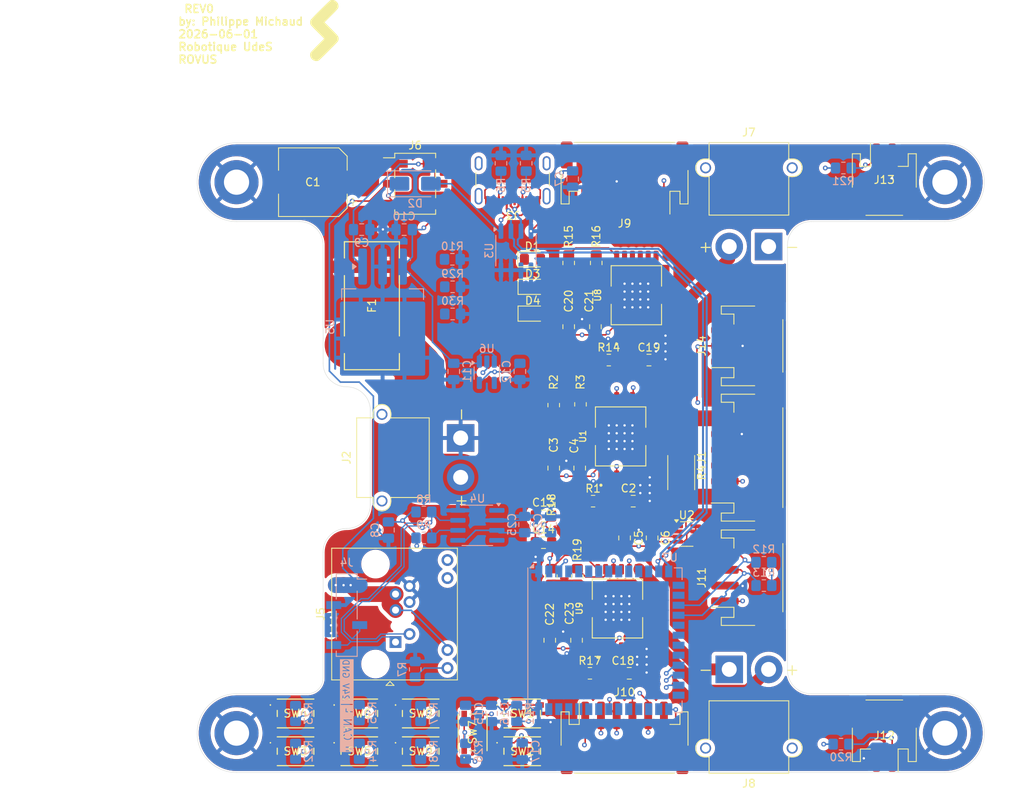
<source format=kicad_pcb>
(kicad_pcb (version 20240108) (generator "pcbnew") (generator_version "8.0")
  (layers (0 "F.Cu" signal) (1 "In1.Cu" signal) (2 "In2.Cu" signal) (31 "B.Cu" signal) (34 "B.Paste" user) (35 "F.Paste" user) (36 "B.SilkS" user "B.Silkscreen") (37 "F.SilkS" user "F.Silkscreen") (38 "B.Mask" user) (39 "F.Mask" user) (44 "Edge.Cuts" user))
  (property "AUTHOR" "Philippe Michaud")
  (property "GROUP_NAME" "Robotique UdeS")
  (property "REVISION" "0")
  (property "TEAM" "ROVUS")
  (net 0 "")
  (net 1 "+24V_H")
  (net 2 "GND")
  (net 3 "+3.3V")
  (net 4 "Net-(J3-SHIELD)")
  (net 5 "Net-(C8-Pad1)")
  (net 6 "+24V")
  (net 7 "+5V")
  (net 8 "/Board/esp32/EN_PB")
  (net 9 "/Board/esp32/BOOT_PB")
  (net 10 "Net-(D1-K)")
  (net 11 "Net-(D2-K)")
  (net 12 "+5V_USB")
  (net 13 "Net-(J2-+)")
  (net 14 "/Board/drive_j5/M5_A")
  (net 16 "J5_QUAD_B")
  (net 17 "J5_QUAD_A")
  (net 18 "/Board/drive_j5/M5_B")
  (net 20 "/Board/external_connections/CC1")
  (net 21 "USB_P")
  (net 22 "/Board/external_connections/CC2")
  (net 24 "USB_N")
  (net 26 "+24V_L")
  (net 28 "Net-(J5-G_L-)")
  (net 30 "Net-(J7--)")
  (net 31 "Net-(J7-+)")
  (net 32 "Net-(J8--)")
  (net 33 "Net-(J8-+)")
  (net 34 "SPI_MOSI")
  (net 36 "SPI_MISO")
  (net 37 "SPI_CS_ENC_L")
  (net 38 "SPI_SCK")
  (net 41 "SPI_CS_ENC_R")
  (net 44 "I2C_SCL")
  (net 45 "I2C_SDA")
  (net 48 "M5_LS_OPENED")
  (net 51 "M5_LS_CLOSED")
  (net 55 "Net-(U1-DIR)")
  (net 56 "Net-(U1-PWM)")
  (net 57 "Net-(U1-~{EN}(DIS))")
  (net 58 "/Board/drive_j5/SENSE_+")
  (net 59 "Net-(U8-DIR)")
  (net 60 "Net-(U8-PWM)")
  (net 61 "Net-(U8-~{EN}(DIS))")
  (net 62 "Net-(U9-DIR)")
  (net 63 "Net-(U9-PWM)")
  (net 64 "Net-(U9-~{EN}(DIS))")
  (net 65 "PB_J3_REV")
  (net 66 "PB_J3_FWD")
  (net 67 "PB_J4_REV")
  (net 68 "PB_J4_FWD")
  (net 69 "PB_J34_CALIB")
  (net 70 "PB_J5_OPEN")
  (net 71 "PB_J5_CLOSE")
  (net 81 "SPI_CS_M5")
  (net 82 "CAN_RX")
  (net 83 "CAN_TX")
  (net 113 "SPI_CS_M34_L")
  (net 114 "SPI_CS_M34_R")
  (net 115 "Net-(D3-K)")
  (net 116 "/Board/esp32/USER_LED")
  (net 117 "Net-(D4-K)")
  (net 118 "/Board/esp32/CAN_NED")
  (net 119 "CAN_N")
  (net 120 "CAN_P")
  (footprint "Connector_JST:JST_PH_S3B-PH-SM4-TB_1x03-1MP_P2.00mm_Horizontal" (layer "F.Cu") (at 86.9 42.8 90)
    (property "Reference" "J14")
    (property "Value" "Conn_01x03_MountingPin")
  )
  (footprint "Connector_JST:JST_PH_S6B-PH-SM4-TB_1x06-1MP_P2.00mm_Horizontal" (layer "F.Cu") (at 86.9 57 90)
    (property "Reference" "J1")
    (property "Value" "JST_PH_SB6")
  )
  (footprint "Capacitor_SMD:C_0805_2012Metric_Pad1.18x1.45mm_HandSolder" (layer "F.Cu") (at 65.6 58.325 90)
    (property "Reference" "C4")
    (property "Value" "100nF")
  )
  (footprint "Capacitor_SMD:C_0805_2012Metric_Pad1.18x1.45mm_HandSolder" (layer "F.Cu") (at 62.3 58.325 90)
    (property "Reference" "C3")
    (property "Value" "10uF")
  )
  (footprint "MountingHole:MountingHole_3.2mm_M3_DIN965_Pad_TopBottom" (layer "F.Cu") (at 22 92)
    (property "Reference" "H3" (hide yes))
    (property "Value" "MountingHole_Pad")
  )
  (footprint "Capacitor_SMD:C_0805_2012Metric_Pad1.18x1.45mm_HandSolder" (layer "F.Cu") (at 61.8 80.2 90)
    (property "Reference" "C22")
    (property "Value" "10uF")
  )
  (footprint "Capacitor_SMD:C_0805_2012Metric_Pad1.18x1.45mm_HandSolder" (layer "F.Cu") (at 67.6 40.3625 90)
    (property "Reference" "C21")
    (property "Value" "100nF")
  )
  (footprint "Package_TO_SOT_SMD:SOT-23-8" (layer "F.Cu") (at 79.2 66.7)
    (property "Reference" "U2")
    (property "Value" "CURR_SENSE-INA219AIDCNTG4")
  )
  (footprint "RoverFootprint:DRIVE_IFX9201SGAUMA1" (layer "F.Cu") (at 70.8 54.3 90)
    (property "Reference" "U1")
    (property "Value" "IFX9201SGAUMA1")
  )
  (footprint "RoverFootprint:DRIVE_IFX9201SGAUMA1" (layer "F.Cu") (at 70.4 76.1625 90)
    (property "Reference" "U9")
    (property "Value" "IFX9201SGAUMA1")
  )
  (footprint "RoverFootprint:SW-PTS815 SJM250SMTRLFS" (layer "F.Cu") (at 52 91.9 90)
    (property "Reference" "SW7")
    (property "Value" "SW-PTS815SJM250SMTRLFS")
  )
  (footprint "Resistor_SMD:R_0805_2012Metric_Pad1.20x1.40mm_HandSolder" (layer "F.Cu") (at 67.7 32.2625 -90)
    (property "Reference" "R16")
    (property "Value" "10k")
  )
  (footprint "RoverFootprint:SW-PTS815 SJM250SMTRLFS" (layer "F.Cu") (at 45.4 94.3)
    (property "Reference" "SW9")
    (property "Value" "SW-PTS815SJM250SMTRLFS")
  )
  (footprint "RoverFootprint:SW-PTS815 SJM250SMTRLFS" (layer "F.Cu") (at 45.4 89.5)
    (property "Reference" "SW8")
    (property "Value" "SW-PTS815SJM250SMTRLFS")
  )
  (footprint "MountingHole:MountingHole_3.2mm_M3_DIN965_Pad_TopBottom" (layer "F.Cu") (at 22 22)
    (property "Reference" "H1" (hide yes))
    (property "Value" "MountingHole_Pad")
  )
  (footprint "Connector_JST:JST_PH_S2B-PH-SM4-TB_1x02-1MP_P2.00mm_Horizontal" (layer "F.Cu") (at 104.3 21.7)
    (property "Reference" "J13")
    (property "Value" "Conn_01x02_MountingPin")
  )
  (footprint "Capacitor_SMD:C_0805_2012Metric_Pad1.18x1.45mm_HandSolder" (layer "F.Cu") (at 71.9 84.4)
    (property "Reference" "C18")
    (property "Value" "100nF")
  )
  (footprint "Resistor_SMD:R_0805_2012Metric_Pad1.20x1.40mm_HandSolder" (layer "F.Cu") (at 67.3 62.525 180)
    (property "Reference" "R1")
    (property "Value" "10k")
  )
  (footprint "RoverFootprint:SW-PTS815 SJM250SMTRLFS" (layer "F.Cu") (at 58.3 89.5)
    (property "Reference" "SW1")
    (property "Value" "SW-PTS815SJM250SMTRLFS")
  )
  (footprint "Capacitor_SMD:C_0805_2012Metric_Pad1.18x1.45mm_HandSolder" (layer "F.Cu") (at 61 64.4 180)
    (property "Reference" "C13")
    (property "Value" "22uF")
  )
  (footprint "LED_SMD:LED_0805_2012Metric_Pad1.15x1.40mm_HandSolder" (layer "F.Cu") (at 59.6 31.8)
    (property "Reference" "D1")
    (property "Value" "B")
  )
  (footprint "RoverFootprint:AMASS_XT30PW-M_1x02_P2.50mm_Horizontal" (layer "F.Cu") (at 89.6 30.175)
    (property "Reference" "J7")
    (property "Value" "XT30PW-M")
  )
  (footprint "Capacitor_SMD:C_0805_2012Metric_Pad1.18x1.45mm_HandSolder" (layer "F.Cu") (at 74.8 67.2 90)
    (property "Reference" "C6")
    (property "Value" "100nF")
  )
  (footprint "RoverFootprint:SW-PTS815 SJM250SMTRLFS" (layer "F.Cu") (at 37.6 89.5)
    (property "Reference" "SW6")
    (property "Value" "SW-PTS815SJM250SMTRLFS")
  )
  (footprint "Connector_USB:USB_C_Receptacle_GCT_USB4105-xx-A_16P_TopMnt_Horizontal" (layer "F.Cu") (at 57.08 20.675 180)
    (property "Reference" "J3")
    (property "Value" "USB_C_USB4105-GF-A")
  )
  (footprint "Resistor_SMD:R_0805_2012Metric_Pad1.20x1.40mm_HandSolder" (layer "F.Cu") (at 69.3 44.6 180)
    (property "Reference" "R14")
    (property "Value" "10k")
  )
  (footprint "Capacitor_SMD:C_0805_2012Metric_Pad1.18x1.45mm_HandSolder" (layer "F.Cu") (at 71.3 67.2 90)
    (property "Reference" "C5")
    (property "Value" "10uF")
  )
  (footprint "Capacitor_SMD:CP_Elec_8x10.5" (layer "F.Cu") (at 31.7 22 180)
    (property "Reference" "C1")
    (property "Value" "470uF")
  )
  (footprint "RoverFootprint:SW-PTS815 SJM250SMTRLFS" (layer "F.Cu") (at 58.3 94.3)
    (property "Reference" "SW2")
    (property "Value" "SW-PTS815SJM250SMTRLFS")
  )
  (footprint "Connector_JST:JST_PH_S6B-PH-SM4-TB_1x06-1MP_P2.00mm_Horizontal" (layer "F.Cu") (at 71.3 21.45 180)
    (property "Reference" "J9")
    (property "Value" "JST-PH-S6B")
  )
  (footprint "Resistor_SMD:R_0805_2012Metric_Pad1.20x1.40mm_HandSolder" (layer "F.Cu") (at 62 72.1 -90)
    (property "Reference" "R18")
    (property "Value" "10k")
  )
  (footprint "MountingHole:MountingHole_3.2mm_M3_DIN965_Pad_TopBottom" (layer "F.Cu") (at 112 92)
    (property "Reference" "H4" (hide yes))
    (property "Value" "MountingHole_Pad")
  )
  (footprint "Resistor_SMD:R_0805_2012Metric_Pad1.20x1.40mm_HandSolder" (layer "F.Cu") (at 64.2 32.2625 -90)
    (property "Reference" "R15")
    (property "Value" "10k")
  )
  (footprint "MountingHole:MountingHole_3.2mm_M3_DIN965_Pad_TopBottom" (layer "F.Cu") (at 112 22)
    (property "Reference" "H2" (hide yes))
    (property "Value" "MountingHole_Pad")
  )
  (footprint "RoverFootprint:AMASS_XT30PW-M_1x02_P2.50mm_Horizontal" (layer "F.Cu") (at 84.6 83.9 180)
    (property "Reference" "J8")
    (property "Value" "XT30PW-M")
  )
  (footprint "Connector_JST:JST_PH_S2B-PH-SM4-TB_1x02-1MP_P2.00mm_Horizontal" (layer "F.Cu") (at 104.3 92.3 180)
    (property "Reference" "J12")
    (property "Value" "Conn_01x02_MountingPin")
  )
  (footprint "Capacitor_SMD:C_0805_2012Metric_Pad1.18x1.45mm_HandSolder" (layer "F.Cu") (at 64.2 40.3625 90)
    (property "Reference" "C20")
    (property "Value" "10uF")
  )
  (footprint "RoverFootprint:SW-PTS815 SJM250SMTRLFS" (layer "F.Cu") (at 29.5 94.3)
    (property "Reference" "SW3")
    (property "Value" "SW-PTS815SJM250SMTRLFS")
  )
  (footprint "RoverFootprint:SW-PTS815 SJM250SMTRLFS" (layer "F.Cu") (at 37.6 94.3)
    (property "Reference" "SW5")
    (property "Value" "SW-PTS815SJM250SMTRLFS")
  )
  (footprint "Resistor_SMD:R_0805_2012Metric_Pad1.20x1.40mm_HandSolder" (layer "F.Cu") (at 62.3 50.325 -90)
    (property "Reference" "R2")
    (property "Value" "10k")
  )
  (footprint "Capacitor_SMD:C_0805_2012Metric_Pad1.18x1.45mm_HandSolder" (layer "F.Cu") (at 61 67.8 180)
    (property "Reference" "C14")
    (property "Value" "100nF")
  )
  (footprint "RoverFootprint:SW-PTS815 SJM250SMTRLFS" (layer "F.Cu") (at 29.5 89.5)
    (property "Reference" "SW4")
    (property "Value" "SW-PTS815SJM250SMTRLFS")
  )
  (footprint "Capacitor_SMD:C_0805_2012Metric_Pad1.18x1.45mm_HandSolder" (layer "F.Cu") (at 74.4 44.6)
    (property "Reference" "C19")
    (property "Value" "100nF")
  )
  (footprint "RoverFootprint:ETH-RJHSE5081" (layer "F.Cu") (at 42.2 80.43 90)
    (property "Reference" "J5")
    (property "Value" "ETH-RJHSE5081" (hide yes))
  )
  (footprint "LED_SMD:LED_0805_2012Metric_Pad1.15x1.40mm_HandSolder" (layer "F.Cu") (at 59.63 35.295)
    (property "Reference" "D3")
    (property "Value" "B")
  )
  (footprint "Connector_PinHeader_2.54mm:PinHeader_2x03_P2.54mm_Vertical_SMD" (layer "F.Cu") (at 44.7 22.2)
    (property "Reference" "J6")
    (property "Value" "Conn_02x03_Odd_Even")
  )
  (footprint "Connector_JST:JST_PH_S6B-PH-SM4-TB_1x06-1MP_P2.00mm_Horizontal" (layer "F.Cu") (at 71.3 92.6)
    (property "Reference" "J10")
    (property "Value" "JST-PH-S6B")
  )
  (footprint "LED_SMD:LED_0805_2012Metric_Pad1.15x1.40mm_HandSolder" (layer "F.Cu") (at 59.63 38.7)
    (property "Reference" "D4")
    (property "Value" "B")
  )
  (footprint "Resistor_SMD:R_2512_6332Metric_Pad1.40x3.35mm_HandSolder" (layer "F.Cu") (at 78.5 58.9 -90)
    (property "Reference" "R4")
    (property "Value" "0.05 (CRA2512-FZ-R050ELF)")
  )
  (footprint "Capacitor_SMD:C_0805_2012Metric_Pad1.18x1.45mm_HandSolder" (layer "F.Cu") (at 65.2 80.2 90)
    (property "Reference" "C23")
    (property "Value" "100nF")
  )
  (footprint "Resistor_SMD:R_0805_2012Metric_Pad1.20x1.40mm_HandSolder" (layer "F.Cu") (at 65.7 50.225 -90)
    (property "Reference" "R3")
    (property "Value" "10k")
  )
  (footprint "RoverFootprint:DRIVE_IFX9201SGAUMA1" (layer "F.Cu") (at 72.8 36.3625 90)
    (property "Reference" "U8")
    (property "Value" "IFX9201SGAUMA1")
  )
  (footprint "RoverFootprint:AMASS_XT30PW-M_1x02_P2.50mm_Horizontal" (layer "F.Cu") (at 50.475 54.5 90)
    (property "Reference" "J2")
    (property "Value" "XT30PW-M")
  )
  (footprint "Resistor_SMD:R_0805_2012Metric_Pad1.20x1.40mm_HandSolder" (layer "F.Cu") (at 66.9 84.4 180)
    (property "Reference" "R17")
    (property "Value" "10k")
  )
  (footprint "Capacitor_SMD:C_0805_2012Metric_Pad1.18x1.45mm_HandSolder" (layer "F.Cu") (at 72.4 62.525)
    (property "Reference" "C2")
    (property "Value" "100nF")
  )
  (footprint "Resistor_SMD:R_0805_2012Metric_Pad1.20x1.40mm_HandSolder" (layer "F.Cu") (at 65.3 72.1 -90)
    (property "Reference" "R19")
    (property "Value" "10k")
  )
  (footprint "RoverFootprint:FuseHolder-3588-20" (layer "F.Cu") (at 39.2 37.7 90)
    (property "Reference" "F1")
    (property "Value" "15A" (hide yes))
  )
  (footprint "LOGO" (layer "F.Cu") (at 33 2.5)
    (property "Reference" "G***" (hide yes))
    (property "Value" "LOGO" (hide yes))
  )
  (footprint "Connector_JST:JST_PH_S4B-PH-SM4-TB_1x04-1MP_P2.00mm_Horizontal" (layer "F.Cu") (at 86.9 72.25 90)
    (property "Reference" "J11")
    (property "Value" "Conn_01x04_MountingPin")
  )
  (footprint "Resistor_SMD:R_0805_2012Metric_Pad1.20x1.40mm_HandSolder" (layer "B.Cu") (at 58.8 19.6 90)
    (property "Reference" "R5")
    (property "Value" "5.1k")
  )
  (footprint "Resistor_SMD:R_0805_2012Metric_Pad1.20x1.40mm_HandSolder" (layer "B.Cu") (at 29.5 94.3 90)
    (property "Reference" "R22")
    (property "Value" "10k")
  )
  (footprint "Package_SO:SOIC-8_3.9x4.9mm_P1.27mm" (layer "B.Cu") (at 52.6 65.6 180)
    (property "Reference" "U4")
    (property "Value" "SN65HVD232")
  )
  (footprint "Package_TO_SOT_SMD:SOT-23-5_HandSoldering" (layer "B.Cu") (at 53.8 46.15 -90)
    (property "Reference" "U6")
    (property "Value" "LDO-TLV74033PDBVR")
  )
  (footprint "Capacitor_SMD:C_0805_2012Metric_Pad1.18x1.45mm_HandSolder" (layer "B.Cu") (at 58.6 65.5 90)
    (property "Reference" "C25")
    (property "Value" "100nF")
  )
  (footprint "Package_TO_SOT_SMD:TO-263-3_TabPin2" (layer "B.Cu") (at 40.56 40.375 -90)
    (property "Reference" "U5")
    (property "Value" "LDO-LM7805MPX/NOPB")
  )
  (footprint "Capacitor_SMD:C_0805_2012Metric_Pad1.18x1.45mm_HandSolder" (layer "B.Cu") (at 58.3 94.3 90)
    (property "Reference" "C17")
    (property "Value" "100nF")
  )
  (footprint "Resistor_SMD:R_0805_2012Metric_Pad1.20x1.40mm_HandSolder" (layer "B.Cu") (at 99.1 20.2)
    (property "Reference" "R21")
    (property "Value" "10k")
  )
  (footprint "Connector_PinSocket_2.54mm:PinSocket_1x04_P2.54mm_Vertical_SMD_Pin1Left" (layer "B.Cu") (at 36 77 180)
    (property "Reference" "J4")
    (property "Value" "Conn_01x04_Socket")
  )
  (footprint "Capacitor_SMD:C_0805_2012Metric_Pad1.18x1.45mm_HandSolder" (layer "B.Cu") (at 51.1 89.5 -90)
    (property "Reference" "C15")
    (property "Value" "1uF")
  )
  (footprint "Resistor_SMD:R_0805_2012Metric_Pad1.20x1.40mm_HandSolder" (layer "B.Cu") (at 45.8 63.9)
    (property "Reference" "R8")
    (property "Value" "60.4")
  )
  (footprint "Resistor_SMD:R_0805_2012Metric_Pad1.20x1.40mm_HandSolder" (layer "B.Cu") (at 45.4 89.5 90)
    (property "Reference" "R27")
    (property "Value" "10k")
  )
  (footprint "Resistor_SMD:R_0805_2012Metric_Pad1.20x1.40mm_HandSolder" (layer "B.Cu") (at 89 73.25 180)
    (property "Reference" "R13")
    (property "Value" "4.7k")
  )
  (footprint "Resistor_SMD:R_0805_2012Metric_Pad1.20x1.40mm_HandSolder" (layer "B.Cu") (at 49.455 35.295 180)
    (property "Reference" "R29")
    (property "Value" "1k")
  )
  (footprint "Resistor_SMD:R_0805_2012Metric_Pad1.20x1.40mm_HandSolder" (layer "B.Cu") (at 89 70.3 180)
    (property "Reference" "R12")
    (property "Value" "4.7k")
  )
  (footprint "Resistor_SMD:R_0805_2012Metric_Pad1.20x1.40mm_HandSolder" (layer "B.Cu") (at 49.425 31.8 180)
    (property "Reference" "R10")
    (property "Value" "1k")
  )
  (footprint "Resistor_SMD:R_0805_2012Metric_Pad1.20x1.40mm_HandSolder" (layer "B.Cu") (at 44.7 83.9 -90)
    (property "Reference" "R7")
    (property "Value" "1k")
  )
  (footprint "Resistor_SMD:R_0805_2012Metric_Pad1.20x1.40mm_HandSolder" (layer "B.Cu") (at 45.4 94.3 90)
    (property "Reference" "R28")
    (property "Value" "10k")
  )
  (footprint "Resistor_SMD:R_0805_2012Metric_Pad1.20x1.40mm_HandSolder" (layer "B.Cu") (at 51.1 94.3 90)
    (property "Reference" "R26")
    (property "Value" "10k")
  )
  (footprint "Capacitor_SMD:C_0805_2012Metric_Pad1.18x1.45mm_HandSolder" (layer "B.Cu") (at 43.3 28.025 180)
    (property "Reference" "C10")
    (property "Value" "10uF")
  )
  (footprint "Capacitor_SMD:C_0805_2012Metric_Pad1.18x1.45mm_HandSolder" (layer "B.Cu") (at 49.6 46.05 -90)
    (property "Reference" "C11")
    (property "Value" "10uF")
  )
  (footprint "Capacitor_SMD:C_0805_2012Metric_Pad1.18x1.45mm_HandSolder" (layer "B.Cu") (at 64.7 21.6 -90)
    (property "Reference" "C7")
    (property "Value" "1nF")
  )
  (footprint "Diode_SMD:D_SMA" (layer "B.Cu") (at 44.7 22.2)
    (property "Reference" "D2")
    (property "Value" "40V")
  )
  (footprint "Resistor_SMD:R_0805_2012Metric_Pad1.20x1.40mm_HandSolder" (layer "B.Cu") (at 37.6 94.3 90)
    (property "Reference" "R24")
    (property "Value" "10k")
  )
  (footprint "Resistor_SMD:R_0805_2012Metric_Pad1.20x1.40mm_HandSolder" (layer "B.Cu") (at 37.6 89.4 90)
    (property "Reference" "R25")
    (property "Value" "10k")
  )
  (footprint "Capacitor_SMD:C_0805_2012Metric_Pad1.18x1.45mm_HandSolder" (layer "B.Cu") (at 41.3 66.2 -90)
    (property "Reference" "C8")
    (property "Value" "4.7nF")
  )
  (footprint "RF_Module:ESP32-S3-WROOM-1U" (layer "B.Cu") (at 68.81 80.2 -90)
    (property "Reference" "U7")
    (property "Value" "ESP32-S3-WROVER")
  )
  (footprint "Resistor_SMD:R_0805_2012Metric_Pad1.20x1.40mm_HandSolder" (layer "B.Cu") (at 57.6 89.5 90)
    (property "Reference" "R11")
    (property "Value" "10k")
  )
  (footprint "Capacitor_SMD:C_0805_2012Metric_Pad1.18x1.45mm_HandSolder" (layer "B.Cu") (at 58 46.05 -90)
    (property "Reference" "C12")
    (property "Value" "10uF")
  )
  (footprint "Resistor_SMD:R_0805_2012Metric_Pad1.20x1.40mm_HandSolder" (layer "B.Cu") (at 45.8 67.2 180)
    (property "Reference" "R9")
    (property "Value" "60.4")
  )
  (footprint "Capacitor_SMD:C_0805_2012Metric_Pad1.18x1.45mm_HandSolder" (layer "B.Cu") (at 37.9 28.025)
    (property "Reference" "C9")
    (property "Value" "10uF")
  )
  (footprint "Resistor_SMD:R_0805_2012Metric_Pad1.20x1.40mm_HandSolder" (layer "B.Cu") (at 55.6 19.6 90)
    (property "Reference" "R6")
    (property "Value" "5.1k")
  )
  (footprint "Capacitor_SMD:C_0805_2012Metric_Pad1.18x1.45mm_HandSolder" (layer "B.Cu") (at 61.9 65.5 90)
    (property "Reference" "C24")
    (property "Value" "10uF")
  )
  (footprint "Resistor_SMD:R_0805_2012Metric_Pad1.20x1.40mm_HandSolder" (layer "B.Cu") (at 49.455 38.745 180)
    (property "Reference" "R30")
    (property "Value" "1k")
  )
  (footprint "Resistor_SMD:R_0805_2012Metric_Pad1.20x1.40mm_HandSolder" (layer "B.Cu") (at 98.8 93.4)
    (property "Reference" "R20")
    (property "Value" "10k")
  )
  (footprint "Resistor_SMD:R_0805_2012Metric_Pad1.20x1.40mm_HandSolder" (layer "B.Cu") (at 29.5 89.5 90)
    (property "Reference" "R23")
    (property "Value" "10k")
  )
  (footprint "Package_SO:SOIC-8_3.9x4.9mm_P1.27mm" (layer "B.Cu") (at 57.5 30.7 -90)
    (property "Reference" "U3")
    (property "Value" "TVS-SMDB03CE3")
  )
  (footprint "Capacitor_SMD:C_0805_2012Metric_Pad1.18x1.45mm_HandSolder" (layer "B.Cu") (at 54.4 89.5 90)
    (property "Reference" "C16")
    (property "Value" "100nF")
  )
  (gr_arc (start 112 17) (mid 117 22) (end 112 27) (stroke (width 0.05)) (layer "Edge.Cuts"))
  (gr_line (start 22 27) (end 30 27) (stroke (width 0.05)) (layer "Edge.Cuts"))
  (gr_line (start 33 30) (end 33 45) (stroke (width 0.05)) (layer "Edge.Cuts"))
  (gr_arc (start 33 85) (mid 32.414214 86.414214) (end 31 87) (stroke (width 0.05)) (layer "Edge.Cuts"))
  (gr_line (start 39 63) (end 39 57) (stroke (width 0.05)) (layer "Edge.Cuts"))
  (gr_arc (start 22 27) (mid 17 22) (end 22 17) (stroke (width 0.05)) (layer "Edge.Cuts"))
  (gr_line (start 95 87) (end 112 87) (stroke (width 0.05)) (layer "Edge.Cuts"))
  (gr_line (start 33 85) (end 33 69) (stroke (width 0.05)) (layer "Edge.Cuts"))
  (gr_arc (start 39 63) (mid 38.12132 65.12132) (end 36 66) (stroke (width 0.05)) (layer "Edge.Cuts"))
  (gr_arc (start 22 97) (mid 17 92) (end 22 87) (stroke (width 0.05)) (layer "Edge.Cuts"))
  (gr_arc (start 33 69) (mid 33.87868 66.87868) (end 36 66) (stroke (width 0.05)) (layer "Edge.Cuts"))
  (gr_line (start 95 27) (end 112 27) (stroke (width 0.05)) (layer "Edge.Cuts"))
  (gr_arc (start 36 48) (mid 38.12132 48.87868) (end 39 51) (stroke (width 0.05)) (layer "Edge.Cuts"))
  (gr_line (start 22 97) (end 112 97) (stroke (width 0.05)) (layer "Edge.Cuts"))
  (gr_arc (start 30 27) (mid 32.12132 27.87868) (end 33 30) (stroke (width 0.05)) (layer "Edge.Cuts"))
  (gr_arc (start 95 87) (mid 92.87868 86.12132) (end 92 84) (stroke (width 0.05)) (layer "Edge.Cuts"))
  (gr_line (start 22 87) (end 31 87) (stroke (width 0.05)) (layer "Edge.Cuts"))
  (gr_arc (start 112 87) (mid 117 92) (end 112 97) (stroke (width 0.05)) (layer "Edge.Cuts"))
  (gr_line (start 92 84) (end 92 30) (stroke (width 0.05)) (layer "Edge.Cuts"))
  (gr_line (start 112 17) (end 22 17) (stroke (width 0.05)) (layer "Edge.Cuts"))
  (gr_arc (start 36 48) (mid 33.87868 47.12132) (end 33 45) (stroke (width 0.05)) (layer "Edge.Cuts"))
  (gr_arc (start 92 30) (mid 92.87868 27.87868) (end 95 27) (stroke (width 0.05)) (layer "Edge.Cuts"))
  (gr_line (start 39 51) (end 39 57) (stroke (width 0.05)) (layer "Edge.Cuts"))
  (gr_text "^{H }CAN^{ L}|_{24V }_{GND}" (at 35.5 94.5 -90) (layer "B.SilkS" knockout) (effects (font (size 1 1) (thickness 0.1)) (justify left bottom mirror)))
  (gr_text "${PROJECTNAME} REV${REVISION}\nby: ${AUTHOR}\n${CURRENT_DATE}\n${GROUP_NAME}\n${TEAM}" (at 14.5 7 0) (layer "F.SilkS") (effects (font (size 1 1) (thickness 0.2) (bold yes)) (justify left bottom)))
  (segment (start 75.3 43.5) (end 75.3 44.4625) (width 0.75) (layer "F.Cu") (net 2))
  (segment (start 73.3 62.4625) (end 73.4375 62.6) (width 0.75) (layer "F.Cu") (net 2))
  (segment (start 60.475002 95.3) (end 60.550001 95.374999) (width 0.2) (layer "F.Cu") (net 2))
  (segment (start 103.3 95.15) (end 101.75 95.15) (width 0.2) (layer "F.Cu") (net 2))
  (segment (start 105.3 18.85) (end 105.3 21.5) (width 0.2) (layer "F.Cu") (net 2))
  (segment (start 60 69.6) (end 60 67.8375) (width 0.2) (layer "F.Cu") (net 2))
  (segment (start 75.3 42.5) (end 75.3 43.5) (width 0.75) (layer "F.Cu") (net 2))
  (segment (start 72.9 82.3) (end 72.9 83.3) (width 0.75) (layer "F.Cu") (net 2))
  (segment (start 53.88 24.355) (end 53.565 24.04) (width 0.2) (layer "F.Cu") (net 2))
  (segment (start 71.3 66.1625) (end 73.1 66.1625) (width 0.2) (layer "F.Cu") (net 2))
  (segment (start 60.28 27.35) (end 59.405 28.225) (width 0.2) (layer "F.Cu") (net 2))
  (segment (start 73.1 66.1625) (end 74.8 66.1625) (width 0.2) (layer "F.Cu") (net 2))
  (segment (start 73.3 59.3375) (end 73.3 60.5) (width 0.75) (layer "F.Cu") (net 2))
  (segment (start 59.9625 65.6375) (end 60 65.6) (width 0.2) (layer "F.Cu") (net 2))
  (segment (start 60.28 24.355) (end 60.28 27.35) (width 0.2) (layer "F.Cu") (net 2))
  (segment (start 86.25 73.25) (end 86.3 73.3) (width 0.2) (layer "F.Cu") (net 2))
  (segment (start 86.3 44.3) (end 86.3 42.8) (width 0.2) (layer "F.Cu") (net 2))
  (segment (start 72.3 89.75) (end 72.3 87.2) (width 0.2) (layer "F.Cu") (net 2))
  (segment (start 65.9 84.4) (end 65.9 83.825846) (width 0.2) (layer "F.Cu") (net 2))
  (segment (start 53.931117 22.655) (end 60.228883 22.655) (width 0.2) (layer "F.Cu") (net 2))
  (segment (start 60.228883 22.655) (end 60.595 23.021117) (width 0.2) (layer "F.Cu") (net 2))
  (segment (start 60.595 23.021117) (end 60.595 24.04) (width 0.2) (layer "F.Cu") (net 2))
  (segment (start 59.4 95.3) (end 60.475002 95.3) (width 0.2) (layer "F.Cu") (net 2))
  (segment (start 86.3 41.3) (end 86.3 42.8) (width 0.2) (layer "F.Cu") (net 2))
  (segment (start 72.9 84.2625) (end 73.0375 84.4) (width 0.75) (layer "F.Cu") (net 2))
  (segment (start 65.9 83.825846) (end 63.963621 81.889467) (width 0.2) (layer "F.Cu") (net 2))
  (segment (start 84.05 40.8) (end 85.8 40.8) (width 0.2) (layer "F.Cu") (net 2))
  (segment (start 85.8 40.8) (end 86.3 41.3) (width 0.2) (layer "F.Cu") (net 2))
  (segment (start 70.3 24.3) (end 70.3 21.9) (width 0.2) (layer "F.Cu") (net 2))
  (segment (start 60.595 24.04) (end 60.28 24.355) (width 0.2) (layer "F.Cu") (net 2))
  (segment (start 68.3 44.6) (end 68.3 42.823193) (width 0.2) (layer "F.Cu") (net 2))
  (segment (start 101.75 95.15) (end 101.7 95.2) (width 0.2) (layer "F.Cu") (net 2))
  (segment (start 73.3 60.5) (end 73.3 61.5) (width 0.75) (layer "F.Cu") (net 2))
  (segment (start 59.9625 67.8) (end 59.9625 65.6375) (width 0.2) (layer "F.Cu") (net 2))
  (segment (start 84.05 54) (end 86.2 54) (width 0.2) (layer "F.Cu") (net 2))
  (segment (start 72.9 83.3) (end 72.9 84.2625) (width 0.75) (layer "F.Cu") (net 2))
  (segment (start 75.3 44.4625) (end 75.4375 44.6) (width 0.75) (layer "F.Cu") (net 2))
  (segment (start 68.3 42.823193) (end 69.208696 41.914497) (width 0.2) (layer "F.Cu") (net 2))
  (segment (start 75.3 41.3375) (end 75.3 42.5) (width 0.75) (layer "F.Cu") (net 2))
  (segment (start 74.9375 66.1625) (end 75.8 67.025) (width 0.2) (layer "F.Cu") (net 2))
  (segment (start 66.3 61.029206) (end 67.329757 59.999449) (width 0.2) (layer "F.Cu") (net 2))
  (segment (start 84.05 73.25) (end 86.25 73.25) (width 0.2) (layer "F.Cu") (net 2))
  (segment (start 74.8 66.1625) (end 74.9375 66.1625) (width 0.2) (layer "F.Cu") (net 2))
  (segment (start 73.3 61.5) (end 73.3 62.4625) (width 0.75) (layer "F.Cu") (net 2))
  (segment (start 66.3 62.525) (end 66.3 61.029206) (width 0.2) (layer "F.Cu") (net 2))
  (segment (start 72.9 81.1375) (end 72.9 82.3) (width 0.75) (layer "F.Cu") (net 2))
  (segment (start 53.565 23.021117) (end 53.931117 22.655) (width 0.2) (layer "F.Cu") (net 2))
  (segment (start 59.9625 65.5625) (end 60 65.6) (width 0.2) (layer "F.Cu") (net 2))
  (segment (start 54.300001 89.649999) (end 54.4 89.55) (width 0.2) (layer "F.Cu") (net 2))
  (segment (start 53.565 24.04) (end 53.565 23.021117) (width 0.2) (layer "F.Cu") (net 2))
  (segment (start 61.874999 90.574999) (end 61.9 90.6) (width 0.2) (layer "F.Cu") (net 2))
  (segment (start 60 67.8375) (end 59.9625 67.8) (width 0.2) (layer "F.Cu") (net 2))
  (segment (start 75.8 67.025) (end 78.0625 67.025) (width 0.2) (layer "F.Cu") (net 2))
  (segment (start 53.074999 89.649999) (end 54.300001 89.649999) (width 0.2) (layer "F.Cu") (net 2))
  (segment (start 60.550001 90.574999) (end 61.874999 90.574999) (width 0.2) (layer "F.Cu") (net 2))
  (segment (start 85.8 44.8) (end 86.3 44.3) (width 0.2) (layer "F.Cu") (net 2))
  (segment (start 84.05 44.8) (end 85.8 44.8) (width 0.2) (layer "F.Cu") (net 2))
  (segment (start 59.9625 64.4) (end 59.9625 65.5625) (width 0.2) (layer "F.Cu") (net 2))
  (via (at 72.3 87.2) (size 0.6) (drill 0.3) (layers "F.Cu" "B.Cu") (net 2))
  (via (at 76.5 44.5) (size 0.6) (drill 0.3) (layers "F.Cu" "B.Cu") (net 2))
  (via (at 74.1 81.3) (size 0.6) (drill 0.3) (layers "F.Cu" "B.Cu") (net 2))
  (via (at 71.9 76.6) (size 0.6) (drill 0.3) (layers "F.Cu" "B.Cu") (net 2))
  (via (at 40.6 28) (size 0.6) (drill 0.3) (layers "F.Cu" "B.Cu") (net 2))
  (via (at 76.5 41.5) (size 0.6) (drill 0.3) (layers "F.Cu" "B.Cu") (net 2))
  (via (at 74.5 61.5) (size 0.6) (drill 0.3) (layers "F.Cu" "B.Cu") (net 2))
  (via (at 39.9 66.2) (size 0.6) (drill 0.3) (layers "F.Cu" "B.Cu") (net 2))
  (via (at 70.3 54.9) (size 0.6) (drill 0.3) (layers "F.Cu" "B.Cu") (net 2))
  (via (at 60 65.6) (size 0.6) (drill 0.3) (layers "F.Cu" "B.Cu") (net 2))
  (via (at 73.3 35.9) (size 0.6) (drill 0.3) (layers "F.Cu" "B.Cu") (net 2))
  (via (at 74.5 59.5) (size 0.6) (drill 0.3) (layers "F.Cu" "B.Cu") (net 2))
  (via (at 70.3 55.9) (size 0.6) (drill 0.3) (layers "F.Cu" "B.Cu") (net 2))
  (via (at 73.3 60.5) (size 0.6) (drill 0.3) (layers "F.Cu" "B.Cu") (net 2))
  (via (at 71.3 52.9) (size 0.6) (drill 0.3) (layers "F.Cu" "B.Cu") (net 2))
  (via (at 73.1 66.1625) (size 0.6) (drill 0.3) (layers "F.Cu" "B.Cu") (net 2))
  (via (at 71.3 53.9) (size 0.6) (drill 0.3) (layers "F.Cu" "B.Cu") (net 2))
  (via (at 70.9 76.6) (size 0.6) (drill 0.3) (layers "F.Cu" "B.Cu") (net 2))
  (via (at 72.3 36.9) (size 0.6) (drill 0.3) (layers "F.Cu" "B.Cu") (net 2))
  (via (at 76.5 42.5) (size 0.6) (drill 0.3) (layers "F.Cu" "B.Cu") (net 2))
  (via (at 75.3 43.5) (size 0.6) (drill 0.3) (layers "F.Cu" "B.Cu") (net 2))
  (via (at 86.3 73.3) (size 0.6) (drill 0.3) (layers "F.Cu" "B.Cu") (net 2))
  (via (at 105.3 21.5) (size 0.6) (drill 0.3) (layers "F.Cu" "B.Cu") (net 2))
  (via (at 69.9 77.6) (size 0.6) (drill 0.3) (layers "F.Cu" "B.Cu") (net 2))
  (via (at 86.3 42.8) (size 0.6) (drill 0.3) (layers "F.Cu" "B.Cu") (net 2))
  (via (at 71.3 34.9) (size 0.6) (drill 0.3) (layers "F.Cu" "B.Cu") (net 2))
  (via (at 74.5 60.5) (size 0.6) (drill 0.3) (layers "F.Cu" "B.Cu") (net 2))
  (via (at 71.3 37.9) (size 0.6) (drill 0.3) (layers "F.Cu" "B.Cu") (net 2))
  (via (at 69.9 76.6) (size 0.6) (drill 0.3) (layers "F.Cu" "B.Cu") (net 2))
  (via (at 69.3 53.9) (size 0.6) (drill 0.3) (layers "F.Cu" "B.Cu") (net 2))
  (via (at 69.3 52.9) (size 0.6) (drill 0.3) (layers "F.Cu" "B.Cu") (net 2))
  (via (at 73.3 34.9) (size 0.6) (drill 0.3) (layers "F.Cu" "B.Cu") (net 2))
  (via (at 71.3 35.9) (size 0.6) (drill 0.3) (layers "F.Cu" "B.Cu") (net 2))
  (via (at 70.3 21.9) (size 0.6) (drill 0.3) (layers "F.Cu" "B.Cu") (net 2))
  (via (at 72.3 54.9) (size 0.6) (drill 0.3) (layers "F.Cu" "B.Cu") (net 2))
  (via (at 59.405 28.225) (size 0.6) (drill 0.3) (layers "F.Cu" "B.Cu") (net 2))
  (via (at 63.5 79.1) (size 0.6) (drill 0.3) (layers "F.Cu" "B.Cu") (net 2))
  (via (at 61.9 90.6) (size 0.6) (drill 0.3) (layers "F.Cu" "B.Cu") (net 2))
  (via (at 73.3 61.5) (size 0.6) (drill 0.3) (layers "F.Cu" "B.Cu") (net 2))
  (via (at 72.3 37.9) (size 0.6) (drill 0.3) (layers "F.Cu" "B.Cu") (net 2))
  (via (at 54.4 89.55) (size 0.6) (drill 0.3) (layers "F.Cu" "B.Cu") (net 2))
  (via (at 75.3 42.5) (size 0.6) (drill 0.3) (layers "F.Cu" "B.Cu") (net 2))
  (via (at 72.3 55.9) (size 0.6) (drill 0.3) (layers "F.Cu" "B.Cu") (net 2))
  (via (at 74.3 34.9) (size 0.6) (drill 0.3) (layers "F.Cu" "B.Cu") (net 2))
  (via (at 72.9 82.3) (size 0.6) (drill 0.3) (layers "F.Cu" "B.Cu") (net 2))
  (via (at 34 77.3) (size 0.6) (drill 0.3) (layers "F.Cu" "B.Cu") (net 2))
  (via (at 56.2 47) (size 0.6) (drill 0.3) (layers "F.Cu" "B.Cu") (net 2))
  (via (at 86.2 54) (size 0.6) (drill 0.3) (layers "F.Cu" "B.Cu") (net 2))
  (via (at 69.3 55.9) (size 0.6) (drill 0.3) (layers "F.Cu" "B.Cu") (net 2))
  (via (at 68.9 74.6) (size 0.6) (drill 0.3) (layers "F.Cu" "B.Cu") (net 2))
  (via (at 71.9 77.6) (size 0.6) (drill 0.3) (layers "F.Cu" "B.Cu") (net 2))
  (via (at 71.3 54.9) (size 0.6) (drill 0.3) (layers "F.Cu" "B.Cu") (net 2))
  (via (at 34 78.3) (size 0.6) (drill 0.3) (layers "F.Cu" "B.Cu") (net 2))
  (via (at 65.9 39.4) (size 0.6) (drill 0.3) (layers "F.Cu" "B.Cu") (net 2))
  (via (at 69.208696 41.914497) (size 0.6) (drill 0.3) (layers "F.Cu" "B.Cu") (net 2))
  (via (at 70.3 52.9) (size 0.6) (drill 0.3) (layers "F.Cu" "B.Cu") (net 2))
  (via (at 69.9 75.6) (size 0.6) (drill 0.3) (layers "F.Cu" "B.Cu") (net 2))
  (via (at 71.9 74.6) (size 0.6) (drill 0.3) (layers "F.Cu" "B.Cu") (net 2))
  (via (at 34 79.3) (size 0.6) (drill 0.3) (layers "F.Cu" "B.Cu") (net 2))
  (via (at 74.3 35.9) (size 0.6) (drill 0.3) (layers "F.Cu" "B.Cu") (net 2))
  (via (at 74.3 36.9) (size 0.6) (drill 0.3) (layers "F.Cu" "B.Cu") (net 2))
  (via (at 70.9 75.6) (size 0.6) (drill 0.3) (layers "F.Cu" "B.Cu") (net 2))
  (via (at 67.329757 59.999449) (size 0.6) (drill 0.3) (layers "F.Cu" "B.Cu") (net 2))
  (via (at 73.3 37.9) (size 0.6) (drill 0.3) (layers "F.Cu" "B.Cu") (net 2))
  (via (at 63.963621 81.889467) (size 0.6) (drill 0.3) (layers "F.Cu" "B.Cu") (net 2))
  (via (at 70.9 74.6) (size 0.6) (drill 0.3) (layers "F.Cu" "B.Cu") (net 2))
  (via (at 101.7 95.2) (size 0.6) (drill 0.3) (layers "F.Cu" "B.Cu") (net 2))
  (via (at 69.9 74.6) (size 0.6) (drill 0.3) (layers "F.Cu" "B.Cu") (net 2))
  (via (at 71.3 55.9) (size 0.6) (drill 0.3) (layers "F.Cu" "B.Cu") (net 2))
  (via (at 63.9 57.4) (size 0.6) (drill 0.3) (layers "F.Cu" "B.Cu") (net 2))
  (via (at 72.3 53.9) (size 0.6) (drill 0.3) (layers "F.Cu" "B.Cu") (net 2))
  (via (at 70.9 77.6) (size 0.6) (drill 0.3) (layers "F.Cu" "B.Cu") (net 2))
  (via (at 72.9 83.3) (size 0.6) (drill 0.3) (layers "F.Cu" "B.Cu") (net 2))
  (via (at 74.3 37.9) (size 0.6) (drill 0.3) (layers "F.Cu" "B.Cu") (net 2))
  (via (at 73.3 36.9) (size 0.6) (drill 0.3) (layers "F.Cu" "B.Cu") (net 2))
  (via (at 69.3 54.9) (size 0.6) (drill 0.3) (layers "F.Cu" "B.Cu") (net 2))
  (via (at 68.9 77.6) (size 0.6) (drill 0.3) (layers "F.Cu" "B.Cu") (net 2))
  (via (at 68.9 76.6) (size 0.6) (drill 0.3) (layers "F.Cu" "B.Cu") (net 2))
  (via (at 59.4 95.3) (size 0.6) (drill 0.3) (layers "F.Cu" "B.Cu") (net 2))
  (via (at 74.1 82.3) (size 0.6) (drill 0.3) (layers "F.Cu" "B.Cu") (net 2))
  (via (at 71.9 75.6) (size 0.6) (drill 0.3) (layers "F.Cu" "B.Cu") (net 2))
  (via (at 72.3 35.9) (size 0.6) (drill 0.3) (layers "F.Cu" "B.Cu") (net 2))
  (via (at 60 69.6) (size 0.6) (drill 0.3) (layers "F.Cu" "B.Cu") (net 2))
  (via (at 72.3 34.9) (size 0.6) (drill 0.3) (layers "F.Cu" "B.Cu") (net 2))
  (via (at 53.300735 46.200735) (size 0.6) (drill 0.3) (layers "F.Cu" "B.Cu") (net 2))
  (via (at 76.5 43.5) (size 0.6) (drill 0.3) (layers "F.Cu" "B.Cu") (net 2))
  (via (at 71.3 36.9) (size 0.6) (drill 0.3) (layers "F.Cu" "B.Cu") (net 2))
  (via (at 68.9 75.6) (size 0.6) (drill 0.3) (layers "F.Cu" "B.Cu") (net 2))
  (via (at 72.3 52.9) (size 0.6) (drill 0.3) (layers "F.Cu" "B.Cu") (net 2))
  (via (at 74.5 62.5) (size 0.6) (drill 0.3) (layers "F.Cu" "B.Cu") (net 2))
  (via (at 70.3 53.9) (size 0.6) (drill 0.3) (layers "F.Cu" "B.Cu") (net 2))
  (via (at 74.1 83.3) (size 0.6) (drill 0.3) (layers "F.Cu" "B.Cu") (net 2))
  (via (at 74.1 84.3) (size 0.6) (drill 0.3) (layers "F.Cu" "B.Cu") (net 2))
  (segment (start 55.075 64.965) (end 58.0975 64.965) (width 0.2) (layer "B.Cu") (net 2))
  (segment (start 56.2875 47.0875) (end 56.2 47) (width 0.2) (layer "B.Cu") (net 2))
  (segment (start 60 64.7625) (end 60.3 64.4625) (width 0.2) (layer "B.Cu") (net 2))
  (segment (start 53.8 44.8) (end 53.8 45.70147) (width 0.2) (layer "B.Cu") (net 2))
  (segment (start 58.3 95.3375) (end 59.3625 95.3375) (width 0.2) (layer "B.Cu") (net 2))
  (segment (start 60.4 70) (end 60 69.6) (width 0.2) (layer "B.Cu") (net 2))
  (segment (start 58.0975 64.965) (end 58.6 64.4625) (width 0.2) (layer "B.Cu") (net 2))
  (segment (start 40.9375 67.2375) (end 39.9 66.2) (width 0.2) (layer "B.Cu") (net 2))
  (segment (start 58.6 64.4625) (end 60.3 64.4625) (width 0.2) (layer "B.Cu") (net 2))
  (segment (start 60 65.6) (end 60 64.7625) (width 0.2) (layer "B.Cu") (net 2))
  (segment (start 60.4 71.45) (end 60.4 70) (width 0.2) (layer "B.Cu") (net 2))
  (segment (start 59.3625 95.3375) (end 59.4 95.3) (width 0.2) (layer "B.Cu") (net 2))
  (segment (start 53.8 45.70147) (end 53.300735 46.200735) (width 0.2) (layer "B.Cu") (net 2))
  (segment (start 41.3 67.2375) (end 40.9375 67.2375) (width 0.2) (layer "B.Cu") (net 2))
  (segment (start 60.3 64.4625) (end 61.9 64.4625) (width 0.2) (layer "B.Cu") (net 2))
  (segment (start 58 47.0875) (end 56.2875 47.0875) (width 0.2) (layer "B.Cu") (net 2))
  (segment (start 67.1375 59.3625) (end 67.3 59.2) (width 0.2) (layer "F.Cu") (net 3))
  (segment (start 62.125 69.475) (end 61.8 69.8) (width 0.2) (layer "F.Cu") (net 3))
  (segment (start 78.85 67.675) (end 79.2 67.325) (width 0.2) (layer "F.Cu") (net 3))
  (segment (start 78.0625 67.675) (end 78.85 67.675) (width 0.2) (layer "F.Cu") (net 3))
  (segment (start 61.1 65.5) (end 62.125 64.475) (width 0.2) (layer "F.Cu") (net 3))
  (segment (start 68.9 41.4) (end 67.6 41.4) (width 0.2) (layer "F.Cu") (net 3))
  (segment (start 79.2 67.325) (end 79.2 66.7) (width 0.2) (layer "F.Cu") (net 3))
  (segment (start 61.8 81.2375) (end 63.5 81.2375) (width 0.2) (layer "F.Cu") (net 3))
  (segment (start 86.25 75.25) (end 86.3 75.2) (width 0.2) (layer "F.Cu") (net 3))
  (segment (start 79.525 66.375) (end 80.3375 66.375) (width 0.2) (layer "F.Cu") (net 3))
  (segment (start 84.05 60) (end 86.3 60) (width 0.2) (layer "F.Cu") (net 3))
  (segment (start 65.6 59.3625) (end 67.1375 59.3625) (width 0.2) (layer "F.Cu") (net 3))
  (segment (start 79.2 66.7) (end 79.525 66.375) (width 0.2) (layer "F.Cu") (net 3))
  (segment (start 74.8625 68.2375) (end 75.425 67.675) (width 0.2) (layer "F.Cu") (net 3))
  (segment (start 62.3 59.3625) (end 65.6 59.3625) (width 0.2) (layer "F.Cu") (net 3))
  (segment (start 63.5 81.2375) (end 65.2 81.2375) (width 0.2) (layer "F.Cu") (net 3))
  (segment (start 68.9 81.1375) (end 68.9 80.462501) (width 0.2) (layer "F.Cu") (net 3))
  (segment (start 69.3 58.600001) (end 68.999999 58.3) (width 0.2) (layer "F.Cu") (net 3))
  (segment (start 62.125 66.525) (end 62.125 69.475) (width 0.2) (layer "F.Cu") (net 3))
  (segment (start 69.3 59.275) (end 69.3 58.600001) (width 0.2) (layer "F.Cu") (net 3))
  (segment (start 62.125 64.475) (end 62.125 64.4) (width 0.2) (layer "F.Cu") (net 3))
  (segment (start 70.658576 40.3625) (end 69.9375 40.3625) (width 0.2) (layer "F.Cu") (net 3))
  (segment (start 69.9375 40.3625) (end 68.9 41.4) (width 0.2) (layer "F.Cu") (net 3))
  (segment (start 68.599999 80.1625) (end 66.275 80.1625) (width 0.2) (layer "F.Cu") (net 3))
  (segment (start 73.1 68.2375) (end 74.8 68.2375) (width 0.2) (layer "F.Cu") (net 3))
  (segment (start 74.8 68.2375) (end 74.8625 68.2375) (width 0.2) (layer "F.Cu") (net 3))
  (segment (start 68.999999 58.3) (end 67.941424 58.3) (width 0.2) (layer "F.Cu") (net 3))
  (segment (start 65.9 41.4) (end 64.2 41.4) (width 0.2) (layer "F.Cu") (net 3))
  (segment (start 71.3 68.2375) (end 73.1 68.2375) (width 0.2) (layer "F.Cu") (net 3))
  (segment (start 75.425 67.675) (end 76.5 67.675) (width 0.2) (layer "F.Cu") (net 3))
  (segment (start 80.3375 65.725) (end 80.3375 66.375) (width 0.2) (layer "F.Cu") (net 3))
  (segment (start 67.941424 58.3) (end 67.3 58.941424) (width 0.2) (layer "F.Cu") (net 3))
  (segment (start 61.1 65.5) (end 62.125 66.525) (width 0.2) (layer "F.Cu") (net 3))
  (segment (start 71.3 41.3375) (end 71.3 41.003924) (width 0.2) (layer "F.Cu") (net 3))
  (segment (start 67.6 41.4) (end 65.9 41.4) (width 0.2) (layer "F.Cu") (net 3))
  (segment (start 67.3 58.941424) (end 67.3 59.2) (width 0.2) (layer "F.Cu") (net 3))
  (segment (start 84.05 75.25) (end 86.25 75.25) (width 0.2) (layer "F.Cu") (net 3))
  (segment (start 68.9 80.462501) (end 68.599999 80.1625) (width 0.2) (layer "F.Cu") (net 3))
  (segment (start 71.3 41.003924) (end 70.658576 40.3625) (width 0.2) (layer "F.Cu") (net 3))
  (segment (start 66.275 80.1625) (end 65.2 81.2375) (width 0.2) (layer "F.Cu") (net 3))
  (segment (start 76.5 67.675) (end 78.0625 67.675) (width 0.2) (layer "F.Cu") (net 3))
  (via (at 73.1 68.2375) (size 0.6) (drill 0.3) (layers "F.Cu" "B.Cu") (net 3))
  (via (at 90 71.7) (size 0.6) (drill 0.3) (layers "F.Cu" "B.Cu") (net 3))
  (via (at 38.6 94.3) (size 0.6) (drill 0.3) (layers "F.Cu" "B.Cu") (net 3))
  (via (at 46.5 94.2) (size 0.6) (drill 0.3) (layers "F.Cu" "B.Cu") (net 3))
  (via (at 54.8 46.1) (size 0.6) (drill 0.3) (layers "F.Cu" "B.Cu") (net 3))
  (via (at 76.5 67.675) (size 0.6) (drill 0.3) (layers "F.Cu" "B.Cu") (net 3))
  (via (at 52.3 95.6) (size 0.6) (drill 0.3) (layers "F.Cu" "B.Cu") (net 3))
  (via (at 86.3 60) (size 0.6) (drill 0.3) (layers "F.Cu" "B.Cu") (net 3))
  (via (at 30.5 89.6) (size 0.6) (drill 0.3) (layers "F.Cu" "B.Cu") (net 3))
  (via (at 69.2 41.1) (size 0.6) (drill 0.3) (layers "F.Cu" "B.Cu") (net 3))
  (via (at 61.1 65.5) (size 0.6) (drill 0.3) (layers "F.Cu" "B.Cu") (net 3))
  (via (at 67.3 59.2) (size 0.6) (drill 0.3) (layers "F.Cu" "B.Cu") (net 3))
  (via (at 63.5 81.2375) (size 0.6) (drill 0.3) (layers "F.Cu" "B.Cu") (net 3))
  (via (at 86.3 75.2) (size 0.6) (drill 0.3) (layers "F.Cu" "B.Cu") (net 3))
  (via (at 59.1 90.5) (size 0.6) (drill 0.3) (layers "F.Cu" "B.Cu") (net 3))
  (via (at 96.8 20.2) (size 0.6) (drill 0.3) (layers "F.Cu" "B.Cu") (net 3))
  (via (at 61.8 69.8) (size 0.6) (drill 0.3) (layers "F.Cu" "B.Cu") (net 3))
  (via (at 38.7 89.4) (size 0.6) (drill 0.3) (layers "F.Cu" "B.Cu") (net 3))
  (via (at 30.5 94.3) (size 0.6) (drill 0.3) (layers "F.Cu" "B.Cu") (net 3))
  (via (at 96.6 93.4) (size 0.6) (drill 0.3) (layers "F.Cu" "B.Cu") (net 3))
  (via (at 65.9 41.4) (size 0.6) (drill 0.3) (layers "F.Cu" "B.Cu") (net 3))
  (via (at 63.9 59.3) (size 0.6) (drill 0.3) (layers "F.Cu" "B.Cu") (net 3))
  (via (at 46.5 89.4) (size 0.6) (drill 0.3) (layers "F.Cu" "B.Cu") (net 3))
  (segment (start 98.1 20.2) (end 96.8 20.2) (width 0.2) (layer "B.Cu") (net 3))
  (segment (start 58.6 66.5375) (end 55.3775 66.5375) (width 0.2) (layer "B.Cu") (net 3))
  (segment (start 37.6 95.3) (end 38.6 94.3) (width 0.2) (layer "B.Cu") (net 3))
  (segment (start 50.125 67.505) (end 51.099999 67.505) (width 0.2) (layer "B.Cu") (net 3))
  (segment (start 45.4 95.3) (end 46.5 94.2) (width 0.2) (layer "B.Cu") (net 3))
  (segment (start 37.6 90.4) (end 37.7 90.4) (width 0.2) (layer "B.Cu") (net 3))
  (segment (start 45.4 90.5) (end 46.5 89.4) (width 0.2) (layer "B.Cu") (net 3))
  (segment (start 60.3 66.3) (end 60.3 66.5375) (width 0.2) (layer "B.Cu") (net 3))
  (segment (start 90 70.3) (end 90 71.7) (width 0.2) (layer "B.Cu") (net 3))
  (segment (start 29.5 90.5) (end 29.6 90.5) (width 0.2) (layer "B.Cu") (net 3))
  (segment (start 29.6 90.5) (end 30.5 89.6) (width 0.2) (layer "B.Cu") (net 3))
  (segment (start 97.8 93.4) (end 96.6 93.4) (width 0.2) (layer "B.Cu") (net 3))
  (segment (start 61.8 71.32) (end 61.67 71.45) (width 0.2) (layer "B.Cu") (net 3))
  (segment (start 58.6 66.5375) (end 60.3 66.5375) (width 0.2) (layer "B.Cu") (net 3))
  (segment (start 54.8 46.1) (end 54.25 46.1) (width 0.2) (layer "B.Cu") (net 3))
  (segment (start 51.1 95.3) (end 52 95.3) (width 0.2) (layer "B.Cu") (net 3))
  (segment (start 56.9125 46.1) (end 58 45.0125) (width 0.2) (layer "B.Cu") (net 3))
  (segment (start 54.8 46.1) (end 56.9125 46.1) (width 0.2) (layer "B.Cu") (net 3))
  (segment (start 51.099999 67.505) (end 52.369999 66.235) (width 0.2) (layer "B.Cu") (net 3))
  (segment (start 52 95.3) (end 52.3 95.6) (width 0.2) (layer "B.Cu") (net 3))
  (segment (start 52.369999 66.235) (end 55.075 66.235) (width 0.2) (layer "B.Cu") (net 3))
  (segment (start 60.3 66.5375) (end 61.9 66.5375) (width 0.2) (layer "B.Cu") (net 3))
  (segment (start 54.25 46.1) (end 52.85 47.5) (width 0.2) (layer "B.Cu") (net 3))
  (segment (start 61.8 69.8) (end 61.8 71.32) (width 0.2) (layer "B.Cu") (net 3))
  (segment (start 55.3775 66.5375) (end 55.075 66.235) (width 0.2) (layer "B.Cu") (net 3))
  (segment (start 37.7 90.4) (end 38.7 89.4) (width 0.2) (layer "B.Cu") (net 3))
  (segment (start 57.6 90.5) (end 59.1 90.5) (width 0.2) (layer "B.Cu") (net 3))
  (segment (start 29.5 95.3) (end 30.5 94.3) (width 0.2) (layer "B.Cu") (net 3))
  (segment (start 90 73.25) (end 90 71.7) (width 0.2) (layer "B.Cu") (net 3))
  (segment (start 61.1 65.5) (end 60.3 66.3) (width 0.2) (layer "B.Cu") (net 3))
  (via (at 63.3 20.8) (size 0.6) (drill 0.3) (layers "F.Cu" "B.Cu") (net 4))
  (segment (start 63.5375 20.5625) (end 64.7 20.5625) (width 0.2) (layer "B.Cu") (net 4))
  (segment (start 63.3 20.8) (end 63.5375 20.5625) (width 0.2) (layer "B.Cu") (net 4))
  (segment (start 44.9 66.8) (end 44.9 68.2) (width 0.2) (layer "F.Cu") (net 5))
  (segment (start 43.1 65) (end 44.9 66.8) (width 0.2) (layer "F.Cu") (net 5))
  (via (at 44.9 68.2) (size 0.6) (drill 0.3) (layers "F.Cu" "B.Cu") (net 5))
  (via (at 43.1 65) (size 0.6) (drill 0.3) (layers "F.Cu" "B.Cu") (net 5))
  (segment (start 41.3 65.1625) (end 42.9375 65.1625) (width 0.2) (layer "B.Cu") (net 5))
  (segment (start 44.9 68.2) (end 44.9 67.3) (width 0.2) (layer "B.Cu") (net 5))
  (segment (start 44.2 63.9) (end 43.1 65) (width 0.2) (layer "B.Cu") (net 5))
  (segment (start 44.8 63.9) (end 44.2 63.9) (width 0.2) (layer "B.Cu") (net 5))
  (segment (start 42.9375 65.1625) (end 43.1 65) (width 0.2) (layer "B.Cu") (net 5))
  (segment (start 44.9 67.3) (end 44.8 67.2) (width 0.2) (layer "B.Cu") (net 5))
  (segment (start 45.14 19.66) (end 47.225 19.66) (width 0.2) (layer "F.Cu") (net 6))
  (segment (start 47.225 19.66) (end 47.225 22.2) (width 0.2) (layer "F.Cu") (net 6))
  (segment (start 45.1 19.7) (end 45.14 19.66) (width 0.2) (layer "F.Cu") (net 6))
  (via (at 45.1 19.7) (size 0.6) (drill 0.3) (layers "F.Cu" "B.Cu") (net 6))
  (segment (start 36.8625 28.025) (end 36.8625 25.602756) (width 0.2) (layer "B.Cu") (net 6))
  (segment (start 36.8625 25.602756) (end 42.765256 19.7) (width 0.2) (layer "B.Cu") (net 6))
  (segment (start 36.8625 31.5675) (end 38.02 32.725) (width 0.2) (layer "B.Cu") (net 6))
  (segment (start 36.8625 28.025) (end 36.8625 31.5675) (width 0.2) (layer "B.Cu") (net 6))
  (segment (start 42.765256 19.7) (end 45.1 19.7) (width 0.2) (layer "B.Cu") (net 6))
  (segment (start 80.7 42.8) (end 84.05 42.8) (width 0.2) (layer "F.Cu") (net 7))
  (segment (start 80.5 43) (end 80.5 49.9) (width 0.2) (layer "F.Cu") (net 7))
  (segment (start 66.3 93.4) (end 66.3 89.75) (width 0.2) (layer "F.Cu") (net 7))
  (segment (start 80.6 42.9) (end 80.5 43) (width 0.2) (layer "F.Cu") (net 7))
  (segment (start 45.8 27.8) (end 47.225 26.375) (width 0.2) (layer "F.Cu") (net 7))
  (segment (start 76.3 21.8) (end 76.3 24.3) (width 0.2) (layer "F.Cu") (net 7))
  (segment (start 80.6 42.9) (end 80.7 42.8) (width 0.2) (layer "F.Cu") (net 7))
  (segment (start 47.225 26.375) (end 47.225 24.74) (width 0.2) (layer "F.Cu") (net 7))
  (segment (start 80.5 49.9) (end 80.6 50) (width 0.2) (layer "F.Cu") (net 7))
  (segment (start 66.2 93.5) (end 66.3 93.4) (width 0.2) (layer "F.Cu") (net 7))
  (via (at 45.8 27.8) (size 0.6) (drill 0.3) (layers "F.Cu" "B.Cu") (net 7))
  (via (at 80.6 42.9) (size 0.6) (drill 0.3) (layers "F.Cu" "B.Cu") (net 7))
  (via (at 76.3 21.8) (size 0.6) (drill 0.3) (layers "F.Cu" "B.Cu") (net 7))
  (via (at 80.6 50) (size 0.6) (drill 0.3) (layers "F.Cu" "B.Cu") (net 7))
  (via (at 66.2 93.5) (size 0.6) (drill 0.3) (layers "F.Cu" "B.Cu") (net 7))
  (segment (start 54.75 44.020001) (end 54.429999 43.7) (width 0.2) (layer "B.Cu") (net 7))
  (segment (start 46.9 42.3125) (end 49.6 45.0125) (width 0.2) (layer "B.Cu") (net 7))
  (segment (start 44.3375 31.4875) (end 44.3375 28.025) (width 0.2) (layer "B.Cu") (net 7))
  (segment (start 54.75 44.8) (end 54.75 44.020001) (width 0.2) (layer "B.Cu") (net 7))
  (segment (start 44.3375 28.025) (end 45.575 28.025) (width 0.2) (layer "B.Cu") (net 7))
  (segment (start 43.1 32.725) (end 46.9 36.525) (width 0.2) (layer "B.Cu") (net 7))
  (segment (start 53.170001 43.7) (end 52.85 44.020001) (width 0.2) (layer "B.Cu") (net 7))
  (segment (start 45.575 28.025) (end 45.8 27.8) (width 0.2) (layer "B.Cu") (net 7))
  (segment (start 52.85 44.020001) (end 52.85 44.8) (width 0.2) (layer "B.Cu") (net 7))
  (segment (start 46.9 36.525) (end 46.9 42.3125) (width 0.2) (layer "B.Cu") (net 7))
  (segment (start 54.429999 43.7) (end 53.170001 43.7) (width 0.2) (layer "B.Cu") (net 7))
  (segment (start 52.6375 45.0125) (end 52.85 44.8) (width 0.2) (layer "B.Cu") (net 7))
  (segment (start 43.1 32.725) (end 44.3375 31.4875) (width 0.2) (layer "B.Cu") (net 7))
  (segment (start 49.6 45.0125) (end 52.6375 45.0125) (width 0.2) (layer "B.Cu") (net 7))
  (segment (start 56.049999 88.425001) (end 60.550001 88.425001) (width 0.2) (layer "F.Cu") (net 8))
  (segment (start 56.049999 89.350001) (end 56 89.4) (width 0.2) (layer "F.Cu") (net 8))
  (segment (start 56.049999 88.425001) (end 56.049999 89.350001) (width 0.2) (layer "F.Cu") (net 8))
  (via (at 63.824265 70.124265) (size 0.6) (drill 0.3) (layers "F.Cu" "B.Cu") (net 8))
  (via (at 56 89.4) (size 0.6) (drill 0.3) (layers "F.Cu" "B.Cu") (net 8))
  (segment (start 51.1 88.4625) (end 54.4 88.4625) (width 0.2) (layer "B.Cu") (net 8))
  (segment (start 56.9 88.5) (end 56 89.4) (width 0.2) (layer "B.Cu") (net 8))
  (segment (start 62.94 71.00853) (end 63.824265 70.124265) (width 0.2) (layer "B.Cu") (net 8))
  (segment (start 54.4 88.4625) (end 55.0625 88.4625) (width 0.2) (layer "B.Cu") (net 8))
  (segment (start 55.0625 88.4625) (end 56 89.4) (width 0.2) (layer "B.Cu") (net 8))
  (segment (start 57.6 88.5) (end 56.9 88.5) (width 0.2) (layer "B.Cu") (net 8))
  (segment (start 62.94 71.45) (end 62.94 71.00853) (width 0.2) (layer "B.Cu") (net 8))
  (segment (start 57.274999 93.225001) (end 58.2 92.3) (width 0.2) (layer "F.Cu") (net 9))
  (segment (start 66.6 95.2) (end 75.5 95.2) (width 0.2) (layer "F.Cu") (net 9))
  (segment (start 75.5 95.2) (end 77.8 92.9) (width 0.2) (layer "F.Cu") (net 9))
  (segment (start 60.550001 93.225001) (end 59.125001 93.225001) (width 0.2) (layer "F.Cu") (net 9))
  (segment (start 59.125001 93.225001) (end 58.2 92.3) (width 0.2) (layer "F.Cu") (net 9))
  (segment (start 64.625001 93.225001) (end 66.6 95.2) (width 0.2) (layer "F.Cu") (net 9))
  (segment (start 56.049999 93.225001) (end 57.274999 93.225001) (width 0.2) (layer "F.Cu") (net 9))
  (segment (start 77.8 92.9) (end 77.8 89) (width 0.2) (layer "F.Cu") (net 9))
  (segment (start 60.550001 93.225001) (end 64.625001 93.225001) (width 0.2) (layer "F.Cu") (net 9))
  (via (at 77.8 89) (size 0.6) (drill 0.3) (layers "F.Cu" "B.Cu") (net 9))
  (via (at 58.2 92.3) (size 0.6) (drill 0.3) (layers "F.Cu" "B.Cu") (net 9))
  (segment (start 58.3 93.2625) (end 58.3 92.4) (width 0.2) (layer "B.Cu") (net 9))
  (segment (start 76.96 89) (end 76.91 88.95) (width 0.2) (layer "B.Cu") (net 9))
  (segment (start 77.8 89) (end 76.96 89) (width 0.2) (layer "B.Cu") (net 9))
  (segment (start 58.3 92.4) (end 58.2 92.3) (width 0.2) (layer "B.Cu") (net 9))
  (segment (start 41.3 23.865) (end 42.175 24.74) (width 0.2) (layer "F.Cu") (net 11))
  (segment (start 41.3 23.7) (end 41.3 23.865) (width 0.2) (layer "F.Cu") (net 11))
  (via (at 41.3 23.7) (size 0.6) (drill 0.3) (layers "F.Cu" "B.Cu") (net 11))
  (segment (start 42.7 22.3) (end 42.7 22.2) (width 0.2) (layer "B.Cu") (net 11))
  (segment (start 41.3 23.7) (end 42.7 22.3) (width 0.2) (layer "B.Cu") (net 11))
  (segment (start 59.48 24.355) (end 59.48 24.929999) (width 0.2) (layer "F.Cu") (net 12))
  (segment (start 59.48 24.929999) (end 58.198082 26.211917) (width 0.2) (layer "F.Cu") (net 12))
  (segment (start 56.079507 26.211917) (end 56.079507 26.320493) (width 0.2) (layer "F.Cu") (net 12))
  (segment (start 56.079507 26.320493) (end 55.6 26.8) (width 0.2) (layer "F.Cu") (net 12))
  (segment (start 58.198082 26.211917) (end 56.079507 26.211917) (width 0.2) (layer "F.Cu") (net 12))
  (segment (start 54.68 24.81241) (end 54.68 24.355) (width 0.2) (layer "F.Cu") (net 12))
  (segment (start 56.079507 26.211917) (end 54.68 24.81241) (width 0.2) (layer "F.Cu") (net 12))
  (via (at 55.6 26.8) (size 0.6) (drill 0.3) (layers "F.Cu" "B.Cu") (net 12))
  (segment (start 55.595 28.225) (end 55.295001 28.225) (width 0.2) (layer "B.Cu") (net 12))
  (segment (start 49.270001 22.2) (end 46.7 22.2) (width 0.2) (layer "B.Cu") (net 12))
  (segment (start 55.295001 28.225) (end 49.270001 22.2) (width 0.2) (layer "B.Cu") (net 12))
  (segment (start 55.6 28.22) (end 55.595 28.225) (width 0.2) (layer "B.Cu") (net 12))
  (segment (start 55.6 26.8) (end 55.6 28.22) (width 0.2) (layer "B.Cu") (net 12))
  (segment (start 50.475 59.5) (end 45.575 59.5) (width 6) (layer "F.Cu") (net 13))
  (segment (start 45.575 59.5) (end 45.1 59.025) (width 6) (layer "F.Cu") (net 13))
  (segment (start 45.1 59.025) (end 45.1 45.5177) (width 6) (layer "F.Cu") (net 13))
  (segment (start 45.1 45.5177) (end 42.2353 42.653) (width 6) (layer "F.Cu") (net 13))
  (segment (start 42.2353 42.653) (end 36.2 42.653) (width 6) (layer "F.Cu") (net 13))
  (segment (start 76.5 52) (end 73.825 49.325) (width 2) (layer "F.Cu") (net 14))
  (segment (start 84.05 52) (end 76.5 52) (width 2) (layer "F.Cu") (net 14))
  (segment (start 79.1 62.55) (end 78.5 61.95) (width 0.2) (layer "F.Cu") (net 18))
  (segment (start 78.5 61.95) (end 84 61.95) (width 2) (layer "F.Cu") (net 18))
  (segment (start 78.724999 66.375) (end 79.1 65.999999) (width 0.2) (layer "F.Cu") (net 18))
  (segment (start 84 61.95) (end 84.05 62) (width 2) (layer "F.Cu") (net 18))
  (segment (start 79.1 65.999999) (end 79.1 62.55) (width 0.2) (layer "F.Cu") (net 18))
  (segment (start 78.0625 66.375) (end 78.724999 66.375) (width 0.2) (layer "F.Cu") (net 18))
  (segment (start 58.33 23.325) (end 58.4 23.255) (width 0.2) (layer "F.Cu") (net 20))
  (segment (start 58.33 24.355) (end 58.33 23.325) (width 0.2) (layer "F.Cu") (net 20))
  (via (at 58.4 23.255) (size 0.6) (drill 0.3) (layers "F.Cu" "B.Cu") (net 20))
  (segment (start 58.4 23.255) (end 58.8 22.855) (width 0.2) (layer "B.Cu") (net 20))
  (segment (start 58.8 22.855) (end 58.8 20.6) (width 0.2) (layer "B.Cu") (net 20))
  (segment (start 56.33 24.355) (end 56.33 25.402014) (width 0.2644) (layer "F.Cu") (net 21))
  (segment (start 56.33 23.702054) (end 56.752053 23.280001) (width 0.2644) (layer "F.Cu") (net 21))
  (segment (start 56.752053 23.280001) (end 56.827824 23.280001) (width 0.2644) (layer "F.Cu") (net 21))
  (segment (start 57.33 23.702054) (end 56.907947 23.280001) (width 0.2644) (layer "F.Cu") (net 21))
  (segment (start 56.33 24.355) (end 56.33 23.702054) (width 0.2644) (layer "F.Cu") (net 21))
  (segment (start 57.33 24.355) (end 57.33 23.702054) (width 0.2644) (layer "F.Cu") (net 21))
  (segment (start 56.907947 23.280001) (end 56.827824 23.280001) (width 0.2644) (layer "F.Cu") (net 21))
  (segment (start 56.33 25.402014) (end 56.539903 25.611917) (width 0.2644) (layer "F.Cu") (net 21))
  (via (at 56.539903 25.611917) (size 0.6) (drill 0.3) (layers "F.Cu" "B.Cu") (net 21))
  (segment (start 76.91 70.657418) (end 75.9 69.647418) (width 0.2644) (layer "B.Cu") (net 21))
  (segment (start 81.2678 36.796182) (end 75.403818 30.9322) (width 0.2644) (layer "B.Cu") (net 21))
  (segment (start 56.539903 25.611917) (end 57.2678 26.339814) (width 0.2644) (layer "B.Cu") (net 21))
  (segment (start 57.2678 30.102754) (end 57.2678 29.3028) (width 0.2644) (layer "B.Cu") (net 21))
  (segment (start 81.2678 63.803819) (end 81.2678 36.796182) (width 0.2644) (layer "B.Cu") (net 21))
  (segment (start 76.91 71.45) (end 76.91 70.657418) (width 0.2644) (layer "B.Cu") (net 21))
  (segment (start 57.2678 26.339814) (end 57.2678 26.359699) (width 0.2644) (layer "B.Cu") (net 21))
  (segment (start 56.865 26.762499) (end 56.865 28.225) (width 0.2644) (layer "B.Cu") (net 21))
  (segment (start 75.9 69.171619) (end 81.2678 63.803819) (width 0.2644) (layer "B.Cu") (net 21))
  (segment (start 56.865 28.9) (end 56.865 28.225) (width 0.2644) (layer "B.Cu") (net 21))
  (segment (start 75.9 69.647418) (end 75.9 69.171619) (width 0.2644) (layer "B.Cu") (net 21))
  (segment (start 58.097246 30.9322) (end 57.2678 30.102754) (width 0.2644) (layer "B.Cu") (net 21))
  (segment (start 57.2678 26.359699) (end 56.865 26.762499) (width 0.2644) (layer "B.Cu") (net 21))
  (segment (start 57.2678 29.3028) (end 56.865 28.9) (width 0.2644) (layer "B.Cu") (net 21))
  (segment (start 75.403818 30.9322) (end 58.097246 30.9322) (width 0.2644) (layer "B.Cu") (net 21))
  (segment (start 55.33 24.355) (end 55.33 23.425) (width 0.2) (layer "F.Cu") (net 22))
  (segment (start 55.33 23.425) (end 55.5 23.255) (width 0.2) (layer "F.Cu") (net 22))
  (via (at 55.5 23.255) (size 0.6) (drill 0.3) (layers "F.Cu" "B.Cu") (net 22))
  (segment (start 55.5 23.255) (end 55.6 23.155) (width 0.2) (layer "B.Cu") (net 22))
  (segment (start 55.6 23.155) (end 55.6 20.6) (width 0.2) (layer "B.Cu") (net 22))
  (segment (start 56.83 25.007946) (end 57.252053 25.429999) (width 0.2644) (layer "F.Cu") (net 24))
  (segment (start 75.529258 70.170742) (end 76.290481 69.409519) (width 0.2644) (layer "F.Cu") (net 24))
  (segment (start 57.252053 25.429999) (end 57.348737 25.429999) (width 0.2644) (layer "F.Cu") (net 24))
  (segment (start 57.83 24.355) (end 57.83 25.007946) (width 0.2644) (layer "F.Cu") (net 24))
  (segment (start 56.83 24.355) (end 56.83 25.007946) (width 0.2644) (layer "F.Cu") (net 24))
  (segment (start 76.290481 69.409519) (end 76.556167 69.409519) (width 0.2644) (layer "F.Cu") (net 24))
  (segment (start 57.407947 25.429999) (end 57.348737 25.429999) (width 0.2644) (layer "F.Cu") (net 24))
  (segment (start 57.83 25.007946) (end 57.407947 25.429999) (width 0.2644) (layer "F.Cu") (net 24))
  (via (at 57.348737 25.429999) (size 0.6) (drill 0.3) (layers "F.Cu" "B.Cu") (net 24))
  (via (at 75.529258 70.170742) (size 0.6) (drill 0.3) (layers "F.Cu" "B.Cu") (net 24))
  (via (at 76.556167 69.409519) (size 0.6) (drill 0.3) (layers "F.Cu" "B.Cu") (net 24))
  (segment (start 58.135 28.225) (end 58.135 28.9) (width 0.2644) (layer "B.Cu") (net 24))
  (segment (start 76.664191 69.064191) (end 76.66419 69.064191) (width 0.2644) (layer "B.Cu") (net 24))
  (segment (start 81.7322 36.603818) (end 81.7322 63.996182) (width 0.2644) (layer "B.Cu") (net 24))
  (segment (start 75.529258 70.170742) (end 75.64 70.281484) (width 0.2644) (layer "B.Cu") (net 24))
  (segment (start 58.135 28.9) (end 57.7322 29.3028) (width 0.2644) (layer "B.Cu") (net 24))
  (segment (start 57.7322 26.359699) (end 58.135 26.762499) (width 0.2644) (layer "B.Cu") (net 24))
  (segment (start 76.66419 69.064191) (end 76.556167 69.172214) (width 0.2644) (layer "B.Cu") (net 24))
  (segment (start 75.596182 30.4678) (end 81.7322 36.603818) (width 0.2644) (layer "B.Cu") (net 24))
  (segment (start 75.64 70.281484) (end 75.64 71.45) (width 0.2644) (layer "B.Cu") (net 24))
  (segment (start 76.556167 69.172214) (end 76.556167 69.409519) (width 0.2644) (layer "B.Cu") (net 24))
  (segment (start 58.28961 30.4678) (end 75.596182 30.4678) (width 0.2644) (layer "B.Cu") (net 24))
  (segment (start 57.7322 26.147453) (end 57.7322 26.359699) (width 0.2644) (layer "B.Cu") (net 24))
  (segment (start 57.348737 25.429999) (end 57.348737 25.76399) (width 0.2644) (layer "B.Cu") (net 24))
  (segment (start 57.7322 29.91039) (end 58.28961 30.4678) (width 0.2644) (layer "B.Cu") (net 24))
  (segment (start 81.7322 63.996182) (end 76.664191 69.064191) (width 0.2644) (layer "B.Cu") (net 24))
  (segment (start 57.348737 25.76399) (end 57.7322 26.147453) (width 0.2644) (layer "B.Cu") (net 24))
  (segment (start 58.135 26.762499) (end 58.135 28.225) (width 0.2644) (layer "B.Cu") (net 24))
  (segment (start 57.7322 29.3028) (end 57.7322 29.91039) (width 0.2644) (layer "B.Cu") (net 24))
  (segment (start 35.59 73.19) (end 35.6 73.2) (width 2) (layer "F.Cu") (net 26))
  (segment (start 41.45 75.122283) (end 41.45 75.616) (width 2) (layer "F.Cu") (net 26))
  (segment (start 42.175 22.2) (end 41.1 22.2) (width 0.2) (layer "F.Cu") (net 26))
  (segment (start 37.634 74.334) (end 42.2 74.334) (width 2) (layer "F.Cu") (net 26))
  (segment (start 42.2 74.372283) (end 41.45 75.122283) (width 2) (layer "F.Cu") (net 26))
  (segment (start 38.9 24.4) (end 36.7 24.4) (width 0.2) (layer "F.Cu") (net 26))
  (segment (start 36.5 73.2) (end 37.634 74.334) (width 2) (layer "F.Cu") (net 26))
  (segment (start 41.1 22.2) (end 38.9 24.4) (width 0.2) (layer "F.Cu") (net 26))
  (segment (start 34.61 73.19) (end 35.59 73.19) (width 2) (layer "F.Cu") (net 26))
  (segment (start 42.2 74.334) (end 42.2 74.372283) (width 2) (layer "F.Cu") (net 26))
  (segment (start 35.6 73.2) (end 36.5 73.2) (width 2) (layer "F.Cu") (net 26))
  (segment (start 41.45 75.616) (end 42.2 76.366) (width 2) (layer "F.Cu") (net 26))
  (via (at 36.5 73.2) (size 0.6) (drill 0.3) (layers "F.Cu" "B.Cu") (net 26))
  (via (at 35.6 73.2) (size 0.6) (drill 0.3) (layers "F.Cu" "B.Cu") (net 26))
  (via (at 34.61 73.19) (size 0.6) (drill 0.3) (layers "F.Cu" "B.Cu") (net 26))
  (via (at 36.7 24.4) (size 0.6) (drill 0.3) (layers "F.Cu" "B.Cu") (net 26))
  (segment (start 37.65 73.19) (end 34.61 73.19) (width 2) (layer "B.Cu") (net 26))
  (segment (start 33.8 27.3) (end 33.8 46) (width 0.2) (layer "B.Cu") (net 26))
  (segment (start 39.389214 49.189214) (end 39.389214 64.710786) (width 0.2) (layer "B.Cu") (net 26))
  (segment (start 35.5 71.04) (end 37.65 73.19) (width 0.2) (layer "B.Cu") (net 26))
  (segment (start 42.2 76.366) (end 42.234 76.4) (width 0.2) (layer "B.Cu") (net 26))
  (segment (start 36.7 24.4) (end 33.8 27.3) (width 0.2) (layer "B.Cu") (net 26))
  (segment (start 42.234 76.4) (end 44.2 76.4) (width 0.2) (layer "B.Cu") (net 26))
  (segment (start 35.5 68.6) (end 35.5 71.04) (width 0.2) (layer "B.Cu") (net 26))
  (segment (start 44.2 76.4) (end 48.8 81) (width 0.2) (layer "B.Cu") (net 26))
  (segment (start 48.8 81) (end 48.8 81.44) (width 0.2) (layer "B.Cu") (net 26))
  (segment (start 35.2 47.4) (end 37.6 47.4) (width 0.2) (layer "B.Cu") (net 26))
  (segment (start 33.8 46) (end 35.2 47.4) (width 0.2) (layer "B.Cu") (net 26))
  (segment (start 37.6 47.4) (end 39.389214 49.189214) (width 0.2) (layer "B.Cu") (net 26))
  (segment (start 39.389214 64.710786) (end 35.5 68.6) (width 0.2) (layer "B.Cu") (net 26))
  (segment (start 48.8 83.73) (end 45.87 83.73) (width 0.2) (layer "B.Cu") (net 28))
  (segment (start 45.87 83.73) (end 44.7 84.9) (width 0.2) (layer "B.Cu") (net 28))
  (segment (start 74.3 41.3375) (end 74.3 40.084684) (width 0.75) (layer "F.Cu") (net 31))
  (segment (start 76.5875 39.7125) (end 74.672184 39.7125) (width 1.5) (layer "F.Cu") (net 31))
  (segment (start 74.3 40.084684) (end 74.672184 39.7125) (width 0.75) (layer "F.Cu") (net 31))
  (segment (start 84.6 31.7) (end 76.5875 39.7125) (width 1.5) (layer "F.Cu") (net 31))
  (segment (start 84.6 30.175) (end 84.6 31.7) (width 1.5) (layer "F.Cu") (net 31))
  (segment (start 84.6 83.9) (end 80.891664 83.9) (width 1.5) (layer "F.Cu") (net 32))
  (segment (start 75.8 78.808336) (end 75.8 73.8125) (width 1.5) (layer "F.Cu") (net 32))
  (segment (start 80.891664 83.9) (end 75.8 78.808336) (width 1.5) (layer "F.Cu") (net 32))
  (segment (start 75.8 73.8125) (end 73.175 71.1875) (width 1.5) (layer "F.Cu") (net 32))
  (segment (start 86.9 86.6) (end 81.1875 86.6) (width 1.5) (layer "F.Cu") (net 33))
  (segment (start 74.1 79.5125) (end 72.272184 79.5125) (width 1.5) (layer "F.Cu") (net 33))
  (segment (start 81.1875 86.6) (end 74.1 79.5125) (width 1.5) (layer "F.Cu") (net 33))
  (segment (start 89.6 83.9) (end 86.9 86.6) (width 1.5) (layer "F.Cu") (net 33))
  (segment (start 71.9 81.1375) (end 71.9 80.5) (width 0.75) (layer "F.Cu") (net 33))
  (segment (start 72.272184 79.5125) (end 71.9 79.884684) (width 1.5) (layer "F.Cu") (net 33))
  (segment (start 72.4 48.1) (end 72.4 49.225) (width 0.2) (layer "F.Cu") (net 34))
  (segment (start 71.9 70.1) (end 71.9 71.1875) (width 0.2) (layer "F.Cu") (net 34))
  (segment (start 72.4 49.225) (end 72.3 49.325) (width 0.2) (layer "F.Cu") (net 34))
  (segment (start 70.3 89.75) (end 69.4 88.85) (width 0.2) (layer "F.Cu") (net 34))
  (segment (start 70.3 92) (end 70.3 89.75) (width 0.2) (layer "F.Cu") (net 34))
  (segment (start 69.4 88.85) (end 69.4 87.699998) (width 0.2) (layer "F.Cu") (net 34))
  (via (at 70.3 92) (size 0.6) (drill 0.3) (layers "F.Cu" "B.Cu") (net 34))
  (via (at 72.4 48.1) (size 0.6) (drill 0.3) (layers "F.Cu" "B.Cu") (net 34))
  (via (at 69.4 87.699998) (size 0.6) (drill 0.3) (layers "F.Cu" "B.Cu") (net 34))
  (via (at 71.9 70.1) (size 0.6) (drill 0.3) (layers "F.Cu" "B.Cu") (net 34))
  (via (at 76.6 86.2) (size 0.6) (drill 0.3) (layers "F.Cu" "B.Cu") (net 34))
  (segment (start 76.6 86.2) (end 76.885 85.915) (width 0.2) (layer "B.Cu") (net 34))
  (segment (start 76.885 85.915) (end 78.16 85.915) (width 0.2) (layer "B.Cu") (net 34))
  (segment (start 70.3 58.1) (end 70.3 59.275) (width 0.2) (layer "F.Cu") (net 36))
  (segment (start 74.3 88) (end 73.225735 86.925735) (width 0.2) (layer "F.Cu") (net 36))
  (segment (start 70.650101 79.900637) (end 69.9 80.650738) (width 0.2) (layer "F.Cu") (net 36))
  (segment (start 74.3 91.9) (end 74.3 89.75) (width 0.2) (layer "F.Cu") (net 36))
  (segment (start 69.9 80.650738) (end 69.9 81.1375) (width 0.2) (layer "F.Cu") (net 36))
  (segment (start 74.3 89.75) (end 74.3 88) (width 0.2) (layer "F.Cu") (net 36))
  (via (at 70.3 58.1) (size 0.6) (drill 0.3) (layers "F.Cu" "B.Cu") (net 36))
  (via (at 70.650101 79.900637) (size 0.6) (drill 0.3) (layers "F.Cu" "B.Cu") (net 36))
  (via (at 76.6 84.4) (size 0.6) (drill 0.3) (layers "F.Cu" "B.Cu") (net 36))
  (via (at 73.225735 86.925735) (size 0.6) (drill 0.3) (layers "F.Cu" "B.Cu") (net 36))
  (via (at 74.3 91.9) (size 0.6) (drill 0.3) (layers "F.Cu" "B.Cu") (net 36))
  (segment (start 76.6 84.4) (end 77.625 83.375) (width 0.2) (layer "B.Cu") (net 36))
  (segment (start 77.625 83.375) (end 78.16 83.375) (width 0.2) (layer "B.Cu") (net 36))
  (segment (start 68.3 92) (end 68.3 89.75) (width 0.2) (layer "F.Cu") (net 38))
  (segment (start 69.9 70.1) (end 69.9 71.1875) (width 0.2) (layer "F.Cu") (net 38))
  (segment (start 70.3 48.2) (end 70.3 49.325) (width 0.2) (layer "F.Cu") (net 38))
  (via (at 69.9 70.1) (size 0.6) (drill 0.3) (layers "F.Cu" "B.Cu") (net 38))
  (via (at 70.3 48.2) (size 0.6) (drill 0.3) (layers "F.Cu" "B.Cu") (net 38))
  (via (at 68.3 92) (size 0.6) (drill 0.3) (layers "F.Cu" "B.Cu") (net 38))
  (via (at 76.6 85.3) (size 0.6) (drill 0.3) (layers "F.Cu" "B.Cu") (net 38))
  (segment (start 77.255 84.645) (end 76.6 85.3) (width 0.2) (layer "B.Cu") (net 38))
  (segment (start 78.16 84.645) (end 77.255 84.645) (width 0.2) (layer "B.Cu") (net 38))
  (segment (start 86.05 71.25) (end 86.5 71.7) (width 0.2) (layer "F.Cu") (net 44))
  (segment (start 80.846428 69.796428) (end 80.805466 69.755466) (width 0.2) (layer "F.Cu") (net 44))
  (segment (start 80.602502 69.552502) (end 80.722905 69.672905) (width 0.2) (layer "F.Cu") (net 44))
  (segment (start 80.3375 69.2875) (end 80.602502 69.552502) (width 0.2) (layer "F.Cu") (net 44))
  (segment (start 80.846428 69.796428) (end 81.912846 70.862846) (width 0.2) (layer "F.Cu") (net 44))
  (segment (start 81.912846 70.862846) (end 82.3 71.25) (width 0.2) (layer "F.Cu") (net 44))
  (segment (start 82.3 71.25) (end 84.05 71.25) (width 0.2) (layer "F.Cu") (net 44))
  (segment (start 84.05 71.25) (end 86.05 71.25) (width 0.2) (layer "F.Cu") (net 44))
  (segment (start 80.3375 67.675) (end 80.3375 69.2875) (width 0.2) (layer "F.Cu") (net 44))
  (segment (start 80.805466 69.755466) (end 80.722905 69.672905) (width 0.2) (layer "F.Cu") (net 44))
  (via (at 86.5 71.7) (size 0.6) (drill 0.3) (layers "F.Cu" "B.Cu") (net 44))
  (segment (start 81.175 77.025) (end 78.16 77.025) (width 0.2) (layer "B.Cu") (net 44))
  (segment (start 88 72.6) (end 88 73.25) (width 0.2) (layer "B.Cu") (net 44))
  (segment (start 86.5 71.7) (end 84.178579 74.021421) (width 0.2) (layer "B.Cu") (net 44))
  (segment (start 83.53483 74.665173) (end 83.33005 74.869951) (width 0.2) (layer "B.Cu") (net 44))
  (segment (start 83.33005 74.869951) (end 81.81663 76.38337) (width 0.2) (layer "B.Cu") (net 44))
  (segment (start 81.81663 76.38337) (end 81.175 77.025) (width 0.2) (layer "B.Cu") (net 44))
  (segment (start 86.5 71.7) (end 87.1 71.7) (width 0.2) (layer "B.Cu") (net 44))
  (segment (start 87.1 71.7) (end 88 72.6) (width 0.2) (layer "B.Cu") (net 44))
  (segment (start 84.178579 74.460391) (end 83.973798 74.665173) (width 0.2) (layer "B.Cu") (net 44))
  (arc (start 84.178578 74.240907) (mid 84.224036 74.350648) (end 84.178579 74.460391) (width 0.2) (layer "B.Cu") (net 44))
  (arc (start 84.178579 74.021421) (mid 84.133122 74.131164) (end 84.178578 74.240907) (width 0.2) (layer "B.Cu") (net 44))
  (arc (start 83.973798 74.665173) (mid 83.864057 74.710629) (end 83.754314 74.665173) (width 0.2) (layer "B.Cu") (net 44))
  (arc (start 83.754314 74.665173) (mid 83.644573 74.619715) (end 83.53483 74.665173) (width 0.2) (layer "B.Cu") (net 44))
  (segment (start 82.585743 67.446332) (end 82.945644 67.086428) (width 0.2) (layer "F.Cu") (net 45))
  (segment (start 81.825 67.025) (end 82.246331 67.446331) (width 0.2) (layer "F.Cu") (net 45))
  (segment (start 83.285056 67.086429) (end 83.369908 67.171281) (width 0.2) (layer "F.Cu") (net 45))
  (segment (start 85.85 69.25) (end 86.6 70) (width 0.2) (layer "F.Cu") (net 45))
  (segment (start 83.010005 68.210006) (end 83.094859 68.294859) (width 0.2) (layer "F.Cu") (net 45))
  (segment (start 83.369908 67.510693) (end 83.010004 67.870594) (width 0.2) (layer "F.Cu") (net 45))
  (segment (start 80.3375 67.025) (end 81.825 67.025) (width 0.2) (layer "F.Cu") (net 45))
  (segment (start 83.348526 68.548526) (end 84.05 69.25) (width 0.2) (layer "F.Cu") (net 45))
  (segment (start 83.094859 68.294859) (end 83.348526 68.548526) (width 0.2) (layer "F.Cu") (net 45))
  (segment (start 84.05 69.25) (end 85.85 69.25) (width 0.2) (layer "F.Cu") (net 45))
  (via (at 86.6 70) (size 0.6) (drill 0.3) (layers "F.Cu" "B.Cu") (net 45))
  (arc (start 83.010004 67.870594) (mid 82.939711 68.0403) (end 83.010005 68.210006) (width 0.2) (layer "F.Cu") (net 45))
  (arc (start 83.369908 67.171281) (mid 83.440202 67.340986) (end 83.369908 67.510693) (width 0.2) (layer "F.Cu") (net 45))
  (arc (start 82.945644 67.086428) (mid 83.11535 67.016135) (end 83.285056 67.086429) (width 0.2) (layer "F.Cu") (net 45))
  (arc (start 82.246331 67.446331) (mid 82.416037 67.516625) (end 82.585743 67.446332) (width 0.2) (layer "F.Cu") (net 45))
  (segment (start 80.845 75.755) (end 82.865787 73.734213) (width 0.2) (layer "B.Cu") (net 45))
  (segment (start 82.865787 73.734213) (end 83.386348 73.213652) (width 0.2) (layer "B.Cu") (net 45))
  (segment (start 78.16 75.755) (end 80.845 75.755) (width 0.2) (layer "B.Cu") (net 45))
  (segment (start 86.6 70) (end 86.9 70.3) (width 0.2) (layer "B.Cu") (net 45))
  (segment (start 87.279613 70.3) (end 87.084924 70.3) (width 0.2) (layer "B.Cu") (net 45))
  (segment (start 83.386348 73.213652) (end 86.6 70) (width 0.2) (layer "B.Cu") (net 45))
  (segment (start 86.9 70.3) (end 87.084924 70.3) (width 0.2) (layer "B.Cu") (net 45))
  (segment (start 88 70.3) (end 87.279613 70.3) (width 0.2) (layer "B.Cu") (net 45))
  (segment (start 105.2 92.6) (end 105.3 92.7) (width 0.2) (layer "F.Cu") (net 48))
  (segment (start 105.3 92.7) (end 105.3 95.15) (width 0.2) (layer "F.Cu") (net 48))
  (via (at 105.2 92.6) (size 0.6) (drill 0.3) (layers "F.Cu" "B.Cu") (net 48))
  (segment (start 99.8 93.4) (end 101.7 93.4) (width 0.2) (layer "B.Cu") (net 48))
  (segment (start 101.7 93.4) (end 102.5 92.6) (width 0.2) (layer "B.Cu") (net 48))
  (segment (start 102.5 92.6) (end 105.2 92.6) (width 0.2) (layer "B.Cu") (net 48))
  (segment (start 101.9 19.8) (end 102.35 19.8) (width 0.2) (layer "F.Cu") (net 51))
  (segment (start 102.35 19.8) (end 103.3 18.85) (width 0.2) (layer "F.Cu") (net 51))
  (via (at 101.9 19.8) (size 0.6) (drill 0.3) (layers "F.Cu" "B.Cu") (net 51))
  (segment (start 101.5 20.2) (end 101.9 19.8) (width 0.2) (layer "B.Cu") (net 51))
  (segment (start 100.1 20.2) (end 101.5 20.2) (width 0.2) (layer "B.Cu") (net 51))
  (segment (start 68.3 62.525) (end 68.3 59.275) (width 0.2) (layer "F.Cu") (net 55))
  (segment (start 67.275 48.3625) (end 63.1 48.3625) (width 0.2) (layer "F.Cu") (net 56))
  (segment (start 63.1 48.3625) (end 62.2 49.2625) (width 0.2) (layer "F.Cu") (net 56))
  (segment (start 68.3 49.3875) (end 67.275 48.3625) (width 0.2) (layer "F.Cu") (net 56))
  (segment (start 69.0375 50.3625) (end 69.3 50.1) (width 0.2) (layer "F.Cu") (net 57))
  (segment (start 69.3 50.1) (end 69.3 49.3875) (width 0.2) (layer "F.Cu") (net 57))
  (segment (start 66.8 50.3625) (end 69.0375 50.3625) (width 0.2) (layer "F.Cu") (net 57))
  (segment (start 65.7 49.2625) (end 66.8 50.3625) (width 0.2) (layer "F.Cu") (net 57))
  (segment (start 78.0625 65.725) (end 77.325 65.725) (width 0.2) (layer "F.Cu") (net 58))
  (segment (start 75.9 59.025) (end 74.5875 57.7125) (width 0.2) (layer "F.Cu") (net 58))
  (segment (start 72.3 58.084684) (end 72.672184 57.7125) (width 0.75) (layer "F.Cu") (net 58))
  (segment (start 74.5875 57.7125) (end 72.672184 57.7125) (width 1.5) (layer "F.Cu") (net 58))
  (segment (start 76.45 55.85) (end 78.5 55.85) (width 1.5) (layer "F.Cu") (net 58))
  (segment (start 77.325 65.725) (end 75.9 64.3) (width 0.2) (layer "F.Cu") (net 58))
  (segment (start 75.9 64.3) (end 75.9 59.025) (width 0.2) (layer "F.Cu") (net 58))
  (segment (start 74.5875 57.7125) (end 76.45 55.85) (width 1.5) (layer "F.Cu") (net 58))
  (segment (start 72.3 59.3375) (end 72.3 58.084684) (width 0.75) (layer "F.Cu") (net 58))
  (segment (start 70.3 44.6) (end 70.3 41.3375) (width 0.2) (layer "F.Cu") (net 59))
  (segment (start 65.1 30.3625) (end 64.2 31.2625) (width 0.2) (layer "F.Cu") (net 60))
  (segment (start 69.275 30.3625) (end 65.1 30.3625) (width 0.2) (layer "F.Cu") (net 60))
  (segment (start 70.3 31.3875) (end 69.275 30.3625) (width 0.2) (layer "F.Cu") (net 60))
  (segment (start 67.7 31.2625) (end 68.8 32.3625) (width 0.2) (layer "F.Cu") (net 61))
  (segment (start 71.0375 32.3625) (end 71.3 32.1) (width 0.2) (layer "F.Cu") (net 61))
  (segment (start 71.3 32.1) (end 71.3 31.3875) (width 0.2) (layer "F.Cu") (net 61))
  (segment (start 68.8 32.3625) (end 71.0375 32.3625) (width 0.2) (layer "F.Cu") (net 61))
  (segment (start 67.9 81.1375) (end 67.9 84.4) (width 0.2) (layer "F.Cu") (net 62))
  (segment (start 67.9 71.1875) (end 66.1125 69.4) (width 0.2) (layer "F.Cu") (net 63))
  (segment (start 63.7 69.4) (end 62 71.1) (width 0.2) (layer "F.Cu") (net 63))
  (segment (start 66.1125 69.4) (end 63.7 69.4) (width 0.2) (layer "F.Cu") (net 63))
  (segment (start 68.6375 72.1625) (end 68.9 71.9) (width 0.2) (layer "F.Cu") (net 64))
  (segment (start 68.9 71.9) (end 68.9 71.1875) (width 0.2) (layer "F.Cu") (net 64))
  (segment (start 66.3625 72.1625) (end 68.6375 72.1625) (width 0.2) (layer "F.Cu") (net 64))
  (segment (start 65.3 71.1) (end 66.3625 72.1625) (width 0.2) (layer "F.Cu") (net 64))
  (segment (start 50.925001 89.649999) (end 50.925001 91.825001) (width 0.2) (layer "F.Cu") (net 69))
  (segment (start 50.925001 94.150001) (end 50.925001 91.974999) (width 0.2) (layer "F.Cu") (net 69))
  (segment (start 50.925001 91.825001) (end 51 91.9) (width 0.2) (layer "F.Cu") (net 69))
  (segment (start 50.925001 91.974999) (end 51 91.9) (width 0.2) (layer "F.Cu") (net 69))
  (via (at 51 91.9) (size 0.6) (drill 0.3) (layers "F.Cu" "B.Cu") (net 69))
  (segment (start 51 91.9) (end 51 93.2) (width 0.2) (layer "B.Cu") (net 69))
  (segment (start 51 93.2) (end 51.1 93.3) (width 0.2) (layer "B.Cu") (net 69))
  (segment (start 46.57468 65.225319) (end 46.279117 65.225319) (width 0.16) (layer "F.Cu") (net 119))
  (segment (start 46.279117 65.225319) (end 45.604436 65.9) (width 0.16) (layer "F.Cu") (net 119))
  (via (at 45.604436 65.9) (size 0.6) (drill 0.3) (layers "F.Cu" "B.Cu") (net 119))
  (via (at 46.57468 65.225319) (size 0.6) (drill 0.3) (layers "F.Cu" "B.Cu") (net 119))
  (segment (start 38.87456 75.28) (end 43.28 70.87456) (width 0.16) (layer "B.Cu") (net 119))
  (segment (start 46.8 63.9) (end 46.8 64.999999) (width 0.16) (layer "B.Cu") (net 119))
  (segment (start 36.67456 80.02) (end 37.65 79.04456) (width 0.16) (layer "B.Cu") (net 119))
  (segment (start 46.8 63.9) (end 47.865 64.965) (width 0.16) (layer "B.Cu") (net 119))
  (segment (start 43.23 79.4) (end 41.17 79.4) (width 0.16) (layer "B.Cu") (net 119))
  (segment (start 41.17 79.4) (end 41.17 79.414) (width 0.16) (layer "B.Cu") (net 119))
  (segment (start 43.23 79.414) (end 43.23 79.4) (width 0.16) (layer "B.Cu") (net 119))
  (segment (start 36.67456 80.02) (end 35.68 79.02544) (width 0.16) (layer "B.Cu") (net 119))
  (segment (start 46.8 64.999999) (end 46.57468 65.225319) (width 0.16) (layer "B.Cu") (net 119))
  (segment (start 37.97456 75.28) (end 38.87456 75.28) (width 0.16) (layer "B.Cu") (net 119))
  (segment (start 43.98 79.414) (end 43.23 79.414) (width 0.16) (layer "B.Cu") (net 119))
  (segment (start 43.28 66.17456) (end 43.77456 65.68) (width 0.16) (layer "B.Cu") (net 119))
  (segment (start 40.33144 79.414) (end 39.72544 80.02) (width 0.16) (layer "B.Cu") (net 119))
  (segment (start 35.68 79.02544) (end 35.68 77.57456) (width 0.16) (layer "B.Cu") (net 119))
  (segment (start 39.72544 80.02) (end 36.67456 80.02) (width 0.16) (layer "B.Cu") (net 119))
  (segment (start 41.17 79.414) (end 40.33144 79.414) (width 0.16) (layer "B.Cu") (net 119))
  (segment (start 43.28 70.87456) (end 43.28 66.17456) (width 0.16) (layer "B.Cu") (net 119))
  (segment (start 37.65 79.04456) (end 37.65 78.27) (width 0.16) (layer "B.Cu") (net 119))
  (segment (start 45.384436 65.68) (end 45.604436 65.9) (width 0.16) (layer "B.Cu") (net 119))
  (segment (start 35.68 77.57456) (end 37.97456 75.28) (width 0.16) (layer "B.Cu") (net 119))
  (segment (start 47.865 64.965) (end 50.125 64.965) (width 0.16) (layer "B.Cu") (net 119))
  (segment (start 43.77456 65.68) (end 45.384436 65.68) (width 0.16) (layer "B.Cu") (net 119))
  (segment (start 46.8 66.270883) (end 46.8 67.2) (width 0.16) (layer "B.Cu") (net 120))
  (segment (start 40.48056 79.774) (end 39.87456 80.38) (width 0.16) (layer "B.Cu") (net 120))
  (segment (start 36.09544 80.81) (end 34.35 80.81) (width 0.16) (layer "B.Cu") (net 120))
  (segment (start 45.849117 65.32) (end 46.8 66.270883) (width 0.16) (layer "B.Cu") (net 120))
  (segment (start 36.52544 80.38) (end 36.09544 80.81) (width 0.16) (layer "B.Cu") (net 120))
  (segment (start 41.544 79.774) (end 40.48056 79.774) (width 0.16) (layer "B.Cu") (net 120))
  (segment (start 43.62544 65.32) (end 45.849117 65.32) (width 0.16) (layer "B.Cu") (net 120))
  (segment (start 42.2 80.43) (end 41.544 79.774) (width 0.16) (layer "B.Cu") (net 120))
  (segment (start 35.32 79.17456) (end 35.32 77.42544) (width 0.16) (layer "B.Cu") (net 120))
  (segment (start 36.52544 80.38) (end 35.32 79.17456) (width 0.16) (layer "B.Cu") (net 120))
  (segment (start 46.8 67.2) (end 47.765 66.235) (width 0.16) (layer "B.Cu") (net 120))
  (segment (start 39.87456 80.38) (end 36.52544 80.38) (width 0.16) (layer "B.Cu") (net 120))
  (segment (start 42.92 66.02544) (end 43.62544 65.32) (width 0.16) (layer "B.Cu") (net 120))
  (segment (start 42.92 70.72544) (end 42.92 66.02544) (width 0.16) (layer "B.Cu") (net 120))
  (segment (start 35.32 77.42544) (end 37.82544 74.92) (width 0.16) (layer "B.Cu") (net 120))
  (segment (start 47.765 66.235) (end 50.125 66.235) (width 0.16) (layer "B.Cu") (net 120))
  (segment (start 38.72544 74.92) (end 42.92 70.72544) (width 0.16) (layer "B.Cu") (net 120))
  (segment (start 37.82544 74.92) (end 38.72544 74.92) (width 0.16) (layer "B.Cu") (net 120))
  (zone (net 2) (net_name "GND") (layer "F.Cu") (priority 2) (connect_pads (clearance 0.5)) (min_thickness 0.25) (fill yes (thermal_gap 0.5) (thermal_bridge_width 2))
    (polygon (pts (xy 71.7 79.9) (xy 74.6 79.9) (xy 74.6 85.4) (xy 71.7 85.4)))
  )
  (zone (net 2) (net_name "GND") (layer "F.Cu") (priority 1) (connect_pads (clearance 0.5)) (min_thickness 0.25) (fill yes (thermal_gap 0.5) (thermal_bridge_width 2))
    (polygon (pts (xy 63.2 32.5) (xy 77 32.5) (xy 77 40.6) (xy 63.2 40.6)))
  )
  (zone (net 2) (net_name "GND") (layer "F.Cu") (priority 2) (connect_pads (clearance 0.5)) (min_thickness 0.25) (fill yes (thermal_gap 0.5) (thermal_bridge_width 2))
    (polygon (pts (xy 74.1 40.1) (xy 77 40.1) (xy 77 45.6) (xy 74.1 45.6)))
  )
  (zone (net 1) (net_name "+24V_H") (layer "F.Cu") (connect_pads (clearance 0.5)) (min_thickness 0.25) (fill yes (thermal_gap 0.5) (thermal_bridge_width 2))
    (polygon (pts (xy 17 17) (xy 117 17) (xy 117 97) (xy 17 97)))
  )
  (zone (net 2) (net_name "GND") (layer "F.Cu") (priority 1) (connect_pads (clearance 0.5)) (min_thickness 0.25) (fill yes (thermal_gap 0.5) (thermal_bridge_width 2))
    (polygon (pts (xy 60.8 72.2) (xy 74.6 72.2) (xy 74.6 80.3) (xy 60.8 80.3)))
  )
  (zone (net 2) (net_name "GND") (layer "F.Cu") (priority 1) (connect_pads (clearance 0.5)) (min_thickness 0.25) (fill yes (thermal_gap 0.5) (thermal_bridge_width 2))
    (polygon (pts (xy 61.2 50.5) (xy 75 50.5) (xy 75 58.6) (xy 61.2 58.6)))
  )
  (zone (net 2) (net_name "GND") (layer "F.Cu") (priority 2) (connect_pads (clearance 0.5)) (min_thickness 0.25) (fill yes (thermal_gap 0.5) (thermal_bridge_width 2))
    (polygon (pts (xy 72.1 58.1) (xy 75 58.1) (xy 75 63.6) (xy 72.1 63.6)))
  )
  (zone (net 2) (net_name "GND") (layers "In1.Cu" "B.Cu") (connect_pads (clearance 0.5)) (min_thickness 0.25) (fill yes (thermal_gap 0.5) (thermal_bridge_width 0.5))
    (polygon (pts (xy 17 17) (xy 117 17) (xy 117 97) (xy 17 97)))
  )
)
</source>
